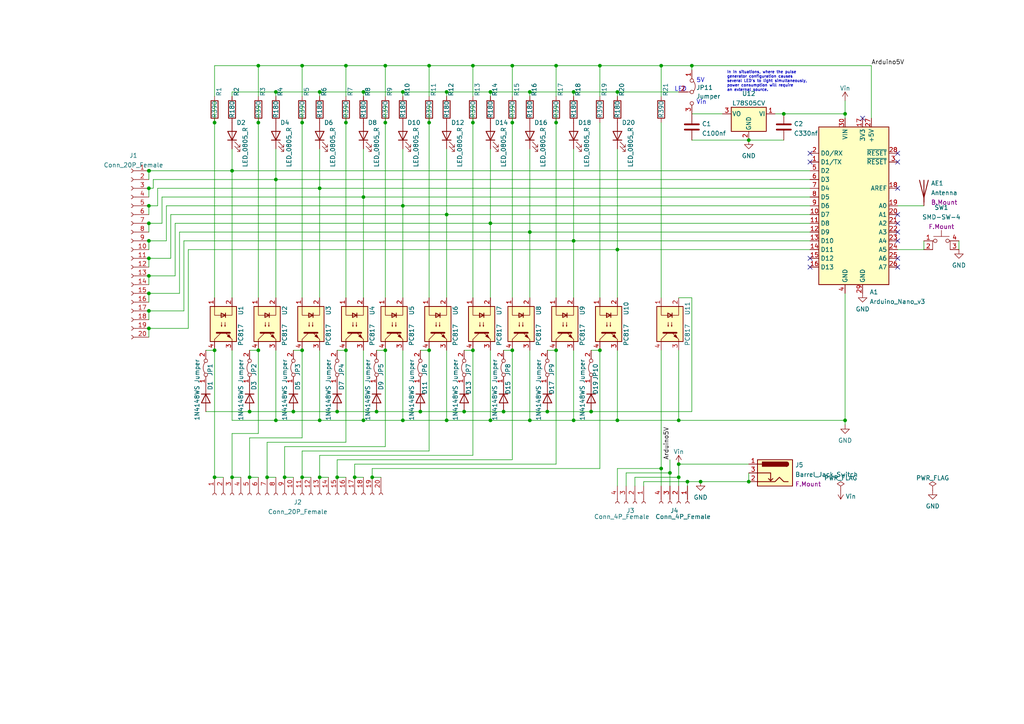
<source format=kicad_sch>
(kicad_sch (version 20211123) (generator eeschema)
  (paper "A4")
  (title_block (title "Programmable pulse generator for Arduino.") (date "2022-03-31") (rev "V1.2.4") (company "El-Tek trafikteknik I/S"))
  (junction (at 142.24 121.92))
  (junction (at 161.29 101.6))
  (junction (at 134.62 119.38))
  (junction (at 124.46 35.56))
  (junction (at 111.76 101.6))
  (junction (at 146.05 119.38))
  (junction (at 43.18 80.01))
  (junction (at 245.11 121.92))
  (junction (at 200.66 19.05))
  (junction (at 105.41 121.92))
  (junction (at 92.71 121.92))
  (junction (at 148.59 19.05))
  (junction (at 153.67 67.31))
  (junction (at 92.71 26.67))
  (junction (at 111.76 35.56))
  (junction (at 203.2 139.7))
  (junction (at 148.59 35.56))
  (junction (at 161.29 19.05))
  (junction (at 62.23 101.6))
  (junction (at 97.79 119.38))
  (junction (at 74.93 101.6))
  (junction (at 217.17 40.64))
  (junction (at 43.18 59.69))
  (junction (at 191.77 19.05))
  (junction (at 199.39 139.7))
  (junction (at 80.01 121.92))
  (junction (at 43.18 74.93))
  (junction (at 194.31 137.16))
  (junction (at 43.18 49.53))
  (junction (at 142.24 26.67))
  (junction (at 116.84 59.69))
  (junction (at 129.54 62.23))
  (junction (at 105.41 57.15))
  (junction (at 142.24 64.77))
  (junction (at 80.01 52.07))
  (junction (at 92.71 54.61))
  (junction (at 82.55 138.43))
  (junction (at 87.63 138.43))
  (junction (at 62.23 138.43))
  (junction (at 67.31 138.43))
  (junction (at 72.39 138.43))
  (junction (at 77.47 138.43))
  (junction (at 97.79 138.43))
  (junction (at 102.87 138.43))
  (junction (at 107.95 138.43))
  (junction (at 92.71 138.43))
  (junction (at 43.18 64.77))
  (junction (at 191.77 135.89))
  (junction (at 161.29 35.56))
  (junction (at 100.33 101.6))
  (junction (at 217.17 139.7))
  (junction (at 153.67 26.67))
  (junction (at 137.16 101.6))
  (junction (at 67.31 49.53))
  (junction (at 43.2308 49.53))
  (junction (at 62.23 35.56))
  (junction (at 137.16 19.05))
  (junction (at 148.59 101.6))
  (junction (at 43.18 54.61))
  (junction (at 100.33 35.56))
  (junction (at 173.99 101.6))
  (junction (at 87.63 101.6))
  (junction (at 116.84 121.92))
  (junction (at 109.22 119.38))
  (junction (at 124.46 19.05))
  (junction (at 116.84 26.67))
  (junction (at 43.18 95.25))
  (junction (at 72.39 119.38))
  (junction (at 87.63 19.05))
  (junction (at 179.07 72.39))
  (junction (at 85.09 119.38))
  (junction (at 196.85 121.92))
  (junction (at 100.33 19.05))
  (junction (at 137.16 35.56))
  (junction (at 129.54 26.67))
  (junction (at 111.76 19.05))
  (junction (at 173.99 19.05))
  (junction (at 105.41 26.67))
  (junction (at 166.37 121.92))
  (junction (at 153.67 121.92))
  (junction (at 196.85 134.62))
  (junction (at 196.85 138.43))
  (junction (at 227.33 33.02))
  (junction (at 80.01 26.67))
  (junction (at 74.93 35.56))
  (junction (at 124.46 101.6))
  (junction (at 171.45 119.38))
  (junction (at 43.18 90.17))
  (junction (at 158.75 119.38))
  (junction (at 87.63 35.56))
  (junction (at 166.37 26.67))
  (junction (at 74.93 19.05))
  (junction (at 245.11 33.02))
  (junction (at 121.92 119.38))
  (junction (at 179.07 121.92))
  (junction (at 129.54 121.92))
  (junction (at 43.18 85.09))
  (junction (at 43.18 69.85))
  (junction (at 166.37 69.85))
  (junction (at 179.07 26.67))
  (no_connect (at 234.95 77.47))
  (no_connect (at 260.35 77.47))
  (no_connect (at 260.35 74.93))
  (no_connect (at 234.95 44.45))
  (no_connect (at 234.95 46.99))
  (no_connect (at 250.19 34.29))
  (no_connect (at 260.35 44.45))
  (no_connect (at 260.35 46.99))
  (no_connect (at 260.35 69.85))
  (no_connect (at 260.35 54.61))
  (no_connect (at 260.35 62.23))
  (no_connect (at 260.35 64.77))
  (no_connect (at 260.35 67.31))
  (no_connect (at 234.95 74.93))
  (wire (pts (xy 137.16 30.48) (xy 137.16 35.56)))
  (wire (pts (xy 179.07 26.67) (xy 179.07 27.94)))
  (wire (pts (xy 142.24 43.18) (xy 142.24 64.77)))
  (wire (pts (xy 179.07 72.39) (xy 179.07 86.36)))
  (wire (pts (xy 124.46 19.05) (xy 124.46 27.94)))
  (wire (pts (xy 62.23 19.05) (xy 74.93 19.05)))
  (wire (pts (xy 142.24 26.67) (xy 153.67 26.67)))
  (wire (pts (xy 217.17 40.64) (xy 227.33 40.64)))
  (wire (pts (xy 191.77 19.05) (xy 191.77 27.94)))
  (wire (pts (xy 43.18 64.77) (xy 46.99 64.77)))
  (wire (pts (xy 142.24 64.77) (xy 234.95 64.77)))
  (wire (pts (xy 124.46 19.05) (xy 137.16 19.05)))
  (wire (pts (xy 49.53 62.23) (xy 129.54 62.23)))
  (wire (pts (xy 227.33 33.02) (xy 245.11 33.02)))
  (wire (pts (xy 67.31 49.53) (xy 67.31 86.36)))
  (wire (pts (xy 179.07 101.6) (xy 179.07 121.92)))
  (wire (pts (xy 77.47 128.27) (xy 100.33 128.27)))
  (wire (pts (xy 50.8 64.77) (xy 50.8 80.01)))
  (wire (pts (xy 62.23 19.05) (xy 62.23 27.94)))
  (wire (pts (xy 102.87 134.62) (xy 102.87 138.43)))
  (wire (pts (xy 116.84 121.92) (xy 129.54 121.92)))
  (wire (pts (xy 245.11 85.09) (xy 245.11 121.92)))
  (wire (pts (xy 48.26 59.69) (xy 116.84 59.69)))
  (wire (pts (xy 100.33 19.05) (xy 111.76 19.05)))
  (wire (pts (xy 43.18 59.69) (xy 45.72 59.69)))
  (wire (pts (xy 171.45 119.38) (xy 200.66 119.38)))
  (wire (pts (xy 200.66 86.36) (xy 196.85 86.36)))
  (wire (pts (xy 77.47 138.43) (xy 80.01 138.43)))
  (wire (pts (xy 161.29 30.48) (xy 161.29 35.56)))
  (wire (pts (xy 44.45 52.07) (xy 44.45 54.61)))
  (wire (pts (xy 92.71 43.18) (xy 92.71 54.61)))
  (wire (pts (xy 124.46 30.48) (xy 124.46 35.56)))
  (wire (pts (xy 129.54 43.18) (xy 129.54 62.23)))
  (wire (pts (xy 173.99 19.05) (xy 173.99 27.94)))
  (wire (pts (xy 85.09 101.6) (xy 87.63 101.6)))
  (wire (pts (xy 181.61 137.16) (xy 194.31 137.16)))
  (wire (pts (xy 52.07 67.31) (xy 153.67 67.31)))
  (wire (pts (xy 92.71 54.61) (xy 234.95 54.61)))
  (wire (pts (xy 161.29 101.6) (xy 161.29 134.62)))
  (wire (pts (xy 179.07 121.92) (xy 196.85 121.92)))
  (wire (pts (xy 161.29 19.05) (xy 161.29 27.94)))
  (wire (pts (xy 196.85 101.6) (xy 196.85 121.92)))
  (wire (pts (xy 59.69 119.38) (xy 72.39 119.38)))
  (wire (pts (xy 158.75 119.38) (xy 171.45 119.38)))
  (wire (pts (xy 166.37 26.67) (xy 179.07 26.67)))
  (wire (pts (xy 67.31 26.67) (xy 67.31 27.94)))
  (wire (pts (xy 48.26 59.69) (xy 48.26 69.85)))
  (wire (pts (xy 116.84 101.6) (xy 116.84 121.92)))
  (wire (pts (xy 137.16 19.05) (xy 148.59 19.05)))
  (wire (pts (xy 194.31 137.16) (xy 194.31 140.97)))
  (wire (pts (xy 111.76 35.56) (xy 111.76 86.36)))
  (wire (pts (xy 87.63 101.6) (xy 87.63 127)))
  (wire (pts (xy 43.18 74.93) (xy 49.53 74.93)))
  (wire (pts (xy 74.93 35.56) (xy 74.93 86.36)))
  (wire (pts (xy 245.11 33.02) (xy 245.11 34.29)))
  (wire (pts (xy 97.79 133.35) (xy 148.59 133.35)))
  (wire (pts (xy 245.11 29.21) (xy 245.11 33.02)))
  (wire (pts (xy 124.46 101.6) (xy 124.46 130.81)))
  (wire (pts (xy 87.63 19.05) (xy 100.33 19.05)))
  (wire (pts (xy 43.18 95.25) (xy 43.18 97.79)))
  (wire (pts (xy 146.05 119.38) (xy 158.75 119.38)))
  (wire (pts (xy 116.84 59.69) (xy 116.84 86.36)))
  (wire (pts (xy 184.15 138.43) (xy 184.15 140.97)))
  (wire (pts (xy 200.66 33.02) (xy 209.55 33.02)))
  (wire (pts (xy 62.23 101.6) (xy 62.23 138.43)))
  (wire (pts (xy 260.35 59.69) (xy 267.97 59.69)))
  (wire (pts (xy 224.79 33.02) (xy 227.33 33.02)))
  (wire (pts (xy 129.54 121.92) (xy 142.24 121.92)))
  (wire (pts (xy 148.59 101.6) (xy 148.59 133.35)))
  (wire (pts (xy 200.66 19.05) (xy 252.73 19.05)))
  (wire (pts (xy 121.92 101.6) (xy 124.46 101.6)))
  (wire (pts (xy 107.95 135.89) (xy 107.95 138.43)))
  (wire (pts (xy 87.63 30.48) (xy 87.63 35.56)))
  (wire (pts (xy 186.69 139.7) (xy 199.39 139.7)))
  (wire (pts (xy 87.63 130.81) (xy 124.46 130.81)))
  (wire (pts (xy 111.76 19.05) (xy 124.46 19.05)))
  (wire (pts (xy 179.07 135.89) (xy 191.77 135.89)))
  (wire (pts (xy 137.16 19.05) (xy 137.16 27.94)))
  (wire (pts (xy 67.31 49.53) (xy 234.95 49.53)))
  (wire (pts (xy 116.84 43.18) (xy 116.84 59.69)))
  (wire (pts (xy 59.69 101.6) (xy 62.23 101.6)))
  (wire (pts (xy 43.18 54.61) (xy 43.18 57.15)))
  (wire (pts (xy 67.31 101.6) (xy 67.31 121.92)))
  (wire (pts (xy 87.63 138.43) (xy 90.17 138.43)))
  (wire (pts (xy 148.59 30.48) (xy 148.59 35.56)))
  (wire (pts (xy 92.71 132.08) (xy 92.71 138.43)))
  (wire (pts (xy 92.71 101.6) (xy 92.71 121.92)))
  (wire (pts (xy 171.45 101.6) (xy 173.99 101.6)))
  (wire (pts (xy 129.54 62.23) (xy 234.95 62.23)))
  (wire (pts (xy 77.47 128.27) (xy 77.47 138.43)))
  (wire (pts (xy 100.33 35.56) (xy 100.33 86.36)))
  (wire (pts (xy 278.13 69.85) (xy 278.13 72.39)))
  (wire (pts (xy 80.01 52.07) (xy 234.95 52.07)))
  (wire (pts (xy 97.79 101.6) (xy 100.33 101.6)))
  (wire (pts (xy 72.39 138.43) (xy 74.93 138.43)))
  (wire (pts (xy 111.76 101.6) (xy 111.76 129.54)))
  (wire (pts (xy 53.34 69.85) (xy 166.37 69.85)))
  (wire (pts (xy 196.85 134.62) (xy 217.17 134.62)))
  (wire (pts (xy 67.31 121.92) (xy 80.01 121.92)))
  (wire (pts (xy 200.66 20.32) (xy 200.66 19.05)))
  (wire (pts (xy 72.39 127) (xy 72.39 138.43)))
  (wire (pts (xy 129.54 26.67) (xy 129.54 27.94)))
  (wire (pts (xy 50.8 64.77) (xy 142.24 64.77)))
  (wire (pts (xy 100.33 101.6) (xy 100.33 128.27)))
  (wire (pts (xy 80.01 26.67) (xy 92.71 26.67)))
  (wire (pts (xy 43.18 74.93) (xy 43.18 77.47)))
  (wire (pts (xy 196.85 134.62) (xy 196.85 138.43)))
  (wire (pts (xy 200.66 40.64) (xy 217.17 40.64)))
  (wire (pts (xy 203.2 139.7) (xy 217.17 139.7)))
  (wire (pts (xy 166.37 101.6) (xy 166.37 121.92)))
  (wire (pts (xy 74.93 19.05) (xy 74.93 27.94)))
  (wire (pts (xy 129.54 26.67) (xy 142.24 26.67)))
  (wire (pts (xy 74.93 30.48) (xy 74.93 35.56)))
  (wire (pts (xy 153.67 43.18) (xy 153.67 67.31)))
  (wire (pts (xy 43.18 49.53) (xy 43.2308 49.53)))
  (wire (pts (xy 142.24 26.67) (xy 142.24 27.94)))
  (wire (pts (xy 166.37 26.67) (xy 166.37 27.94)))
  (wire (pts (xy 260.35 72.39) (xy 267.97 72.39)))
  (wire (pts (xy 142.24 121.92) (xy 153.67 121.92)))
  (wire (pts (xy 191.77 101.6) (xy 191.77 135.89)))
  (wire (pts (xy 199.39 139.7) (xy 203.2 139.7)))
  (wire (pts (xy 67.31 138.43) (xy 69.85 138.43)))
  (wire (pts (xy 92.71 26.67) (xy 92.71 27.94)))
  (wire (pts (xy 179.07 140.97) (xy 179.07 135.89)))
  (wire (pts (xy 217.17 137.16) (xy 217.17 139.7)))
  (wire (pts (xy 158.75 101.6) (xy 161.29 101.6)))
  (wire (pts (xy 148.59 19.05) (xy 161.29 19.05)))
  (wire (pts (xy 116.84 26.67) (xy 116.84 27.94)))
  (wire (pts (xy 186.69 140.97) (xy 186.69 139.7)))
  (wire (pts (xy 173.99 135.89) (xy 107.95 135.89)))
  (wire (pts (xy 46.99 57.15) (xy 105.41 57.15)))
  (wire (pts (xy 67.31 125.73) (xy 67.31 138.43)))
  (wire (pts (xy 105.41 121.92) (xy 116.84 121.92)))
  (wire (pts (xy 43.18 85.09) (xy 43.18 87.63)))
  (wire (pts (xy 43.2308 49.53) (xy 67.31 49.53)))
  (wire (pts (xy 87.63 35.56) (xy 87.63 86.36)))
  (wire (pts (xy 62.23 35.56) (xy 62.23 86.36)))
  (wire (pts (xy 137.16 35.56) (xy 137.16 86.36)))
  (wire (pts (xy 179.07 26.67) (xy 196.85 26.67)))
  (wire (pts (xy 196.85 138.43) (xy 184.15 138.43)))
  (wire (pts (xy 153.67 101.6) (xy 153.67 121.92)))
  (wire (pts (xy 148.59 19.05) (xy 148.59 27.94)))
  (wire (pts (xy 92.71 138.43) (xy 95.25 138.43)))
  (wire (pts (xy 67.31 43.18) (xy 67.31 49.53)))
  (wire (pts (xy 100.33 19.05) (xy 100.33 27.94)))
  (wire (pts (xy 43.18 69.85) (xy 43.18 72.39)))
  (wire (pts (xy 45.72 54.61) (xy 45.72 59.69)))
  (wire (pts (xy 200.66 86.36) (xy 200.66 119.38)))
  (wire (pts (xy 252.73 19.05) (xy 252.73 34.29)))
  (wire (pts (xy 72.39 101.6) (xy 74.93 101.6)))
  (wire (pts (xy 153.67 26.67) (xy 153.67 27.94)))
  (wire (pts (xy 43.18 90.17) (xy 53.34 90.17)))
  (wire (pts (xy 105.41 26.67) (xy 105.41 27.94)))
  (wire (pts (xy 100.33 30.48) (xy 100.33 35.56)))
  (wire (pts (xy 74.93 125.73) (xy 67.31 125.73)))
  (wire (pts (xy 105.41 101.6) (xy 105.41 121.92)))
  (wire (pts (xy 49.53 62.23) (xy 49.53 74.93)))
  (wire (pts (xy 43.18 64.77) (xy 43.18 67.31)))
  (wire (pts (xy 72.39 119.38) (xy 85.09 119.38)))
  (wire (pts (xy 53.34 69.85) (xy 53.34 90.17)))
  (wire (pts (xy 54.61 72.39) (xy 54.61 95.25)))
  (wire (pts (xy 87.63 19.05) (xy 87.63 27.94)))
  (wire (pts (xy 179.07 72.39) (xy 234.95 72.39)))
  (wire (pts (xy 43.18 49.53) (xy 43.18 52.07)))
  (wire (pts (xy 74.93 101.6) (xy 74.93 125.73)))
  (wire (pts (xy 67.31 26.67) (xy 80.01 26.67)))
  (wire (pts (xy 80.01 43.18) (xy 80.01 52.07)))
  (wire (pts (xy 92.71 54.61) (xy 92.71 86.36)))
  (wire (pts (xy 196.85 121.92) (xy 245.11 121.92)))
  (wire (pts (xy 267.97 69.85) (xy 267.97 72.39)))
  (wire (pts (xy 134.62 119.38) (xy 146.05 119.38)))
  (wire (pts (xy 80.01 121.92) (xy 92.71 121.92)))
  (wire (pts (xy 161.29 134.62) (xy 102.87 134.62)))
  (wire (pts (xy 109.22 119.38) (xy 121.92 119.38)))
  (wire (pts (xy 124.46 35.56) (xy 124.46 86.36)))
  (wire (pts (xy 129.54 101.6) (xy 129.54 121.92)))
  (wire (pts (xy 153.67 67.31) (xy 153.67 86.36)))
  (wire (pts (xy 111.76 19.05) (xy 111.76 27.94)))
  (wire (pts (xy 82.55 138.43) (xy 85.09 138.43)))
  (wire (pts (xy 199.39 139.7) (xy 199.39 140.97)))
  (wire (pts (xy 109.22 101.6) (xy 111.76 101.6)))
  (wire (pts (xy 87.63 130.81) (xy 87.63 138.43)))
  (wire (pts (xy 142.24 101.6) (xy 142.24 121.92)))
  (wire (pts (xy 148.59 35.56) (xy 148.59 86.36)))
  (wire (pts (xy 191.77 35.56) (xy 191.77 86.36)))
  (wire (pts (xy 245.11 121.92) (xy 245.11 123.19)))
  (wire (pts (xy 97.79 138.43) (xy 100.33 138.43)))
  (wire (pts (xy 72.39 127) (xy 87.63 127)))
  (wire (pts (xy 46.99 57.15) (xy 46.99 64.77)))
  (wire (pts (xy 105.41 26.67) (xy 116.84 26.67)))
  (wire (pts (xy 80.01 26.67) (xy 80.01 27.94)))
  (wire (pts (xy 43.18 69.85) (xy 48.26 69.85)))
  (wire (pts (xy 146.05 101.6) (xy 148.59 101.6)))
  (wire (pts (xy 74.93 19.05) (xy 87.63 19.05)))
  (wire (pts (xy 82.55 129.54) (xy 82.55 138.43)))
  (wire (pts (xy 43.18 59.69) (xy 43.18 62.23)))
  (wire (pts (xy 116.84 59.69) (xy 234.95 59.69)))
  (wire (pts (xy 102.87 138.43) (xy 105.41 138.43)))
  (wire (pts (xy 52.07 67.31) (xy 52.07 85.09)))
  (wire (pts (xy 80.01 101.6) (xy 80.01 121.92)))
  (wire (pts (xy 43.18 80.01) (xy 43.18 82.55)))
  (wire (pts (xy 43.18 54.61) (xy 44.45 54.61)))
  (wire (pts (xy 173.99 35.56) (xy 173.99 86.36)))
  (wire (pts (xy 196.85 138.43) (xy 196.85 140.97)))
  (wire (pts (xy 43.18 90.17) (xy 43.18 92.71)))
  (wire (pts (xy 134.62 101.6) (xy 137.16 101.6)))
  (wire (pts (xy 142.24 64.77) (xy 142.24 86.36)))
  (wire (pts (xy 194.31 133.35) (xy 194.31 137.16)))
  (wire (pts (xy 161.29 19.05) (xy 173.99 19.05)))
  (wire (pts (xy 43.18 85.09) (xy 52.07 85.09)))
  (wire (pts (xy 105.41 57.15) (xy 234.95 57.15)))
  (wire (pts (xy 179.07 43.18) (xy 179.07 72.39)))
  (wire (pts (xy 173.99 101.6) (xy 173.99 135.89)))
  (wire (pts (xy 62.23 29.21) (xy 62.23 35.56)))
  (wire (pts (xy 181.61 140.97) (xy 181.61 137.16)))
  (wire (pts (xy 92.71 26.67) (xy 105.41 26.67)))
  (wire (pts (xy 45.72 54.61) (xy 92.71 54.61)))
  (wire (pts (xy 166.37 121.92) (xy 179.07 121.92)))
  (wire (pts (xy 82.55 129.54) (xy 111.76 129.54)))
  (wire (pts (xy 191.77 135.89) (xy 191.77 140.97)))
  (wire (pts (xy 129.54 62.23) (xy 129.54 86.36)))
  (wire (pts (xy 153.67 67.31) (xy 234.95 67.31)))
  (wire (pts (xy 54.61 72.39) (xy 179.07 72.39)))
  (wire (pts (xy 62.23 138.43) (xy 64.77 138.43)))
  (wire (pts (xy 166.37 69.85) (xy 234.95 69.85)))
  (wire (pts (xy 161.29 35.56) (xy 161.29 86.36)))
  (wire (pts (xy 105.41 43.18) (xy 105.41 57.15)))
  (wire (pts (xy 166.37 69.85) (xy 166.37 86.36)))
  (wire (pts (xy 43.18 80.01) (xy 50.8 80.01)))
  (wire (pts (xy 43.18 95.25) (xy 54.61 95.25)))
  (wire (pts (xy 92.71 132.08) (xy 137.16 132.08)))
  (wire (pts (xy 44.45 52.07) (xy 80.01 52.07)))
  (wire (pts (xy 107.95 138.43) (xy 110.49 138.43)))
  (wire (pts (xy 153.67 121.92) (xy 166.37 121.92)))
  (wire (pts (xy 80.01 52.07) (xy 80.01 86.36)))
  (wire (pts (xy 121.92 119.38) (xy 134.62 119.38)))
  (wire (pts (xy 105.41 57.15) (xy 105.41 86.36)))
  (wire (pts (xy 97.79 119.38) (xy 109.22 119.38)))
  (wire (pts (xy 173.99 19.05) (xy 191.77 19.05)))
  (wire (pts (xy 116.84 26.67) (xy 129.54 26.67)))
  (wire (pts (xy 92.71 121.92) (xy 105.41 121.92)))
  (wire (pts (xy 111.76 30.48) (xy 111.76 35.56)))
  (wire (pts (xy 191.77 19.05) (xy 200.66 19.05)))
  (wire (pts (xy 97.79 133.35) (xy 97.79 138.43)))
  (wire (pts (xy 166.37 43.18) (xy 166.37 69.85)))
  (wire (pts (xy 137.16 101.6) (xy 137.16 132.08)))
  (wire (pts (xy 85.09 119.38) (xy 97.79 119.38)))
  (wire (pts (xy 153.67 26.67) (xy 166.37 26.67)))
  (text "5V" (at 201.93 24.13 0) (effects (font (size 1.27 1.27)) (justify left bottom)))
  (text "LED" (at 195.58 26.67 0) (effects (font (size 1.27 1.27)) (justify left bottom)))
  (text "In In situations, where the pulse\ngenerator configuration causes\nseveral LED's to light simultaneously,\npower consumption will require\nan external source." (at 210.82 26.67 0) (effects (font (size 0.8 0.8)) (justify left bottom)))
  (text "Vin" (at 201.93 30.48 0) (effects (font (size 1.27 1.27)) (justify left bottom)))
  (label "Arduino5V" (at 252.73 19.05 0))
  (label "Arduino5V" (at 194.31 133.35 90))
  (symbol (lib_id "Local_Diode_Library:1N4148WS") (at 146.05 115.57 270) (unit 1)
    (property "Reference" "D15" (at 147.32 110.49 0) (effects (justify left)))
    (property "Value" "1N4148WS" (at 143.51 111.76 0) (effects (justify left)))
    (property "Footprint" "Diode_SMD:D_SOD-323F" (effects hide))
    (property "Datasheet" "https://datasheet.lcsc.com/lcsc/1810101110_Changjiang-Electronics-Tech--CJ-1N4148WS_C2128.pdf" (effects hide))
    (property "Description" "100V +150℃@(Tj) 200mW Single 1.25V@150mA 4ns 1μA@75V 150mA SOD-323 Switching Diode ROHS" (effects hide))
    (property "LibPart" "Local_Diode_Library:1N4148WS" (effects hide))
    (property "JLCBCB Part" "https://jlcpcb.com/parts/componentSearch?isFirstLevel=true&firstName=Diodes" (effects hide))
    (property "JLCPCB Part #" "C2128" (effects hide))
    (property "JLCPCB Basic or Extended" "Basic Part" (effects hide))
    (property "Manufacturer" "Changjiang Electronics Tech (CJ)" (effects hide))
    (property "MFR. Part #" "1N4148WS" (effects hide))
    (property "Category" "Diodes" (effects hide))
    (property "Famely" "Switching Diode" (effects hide))
    (property "Excluded from BOM" "NO" (effects hide))
  )
  (symbol (lib_id "Local_Connectors_Library:Conn_20P_Female") (at 62.23 138.43 90) (mirror x) (unit 1)
    (property "Reference" "J2" (at 86.36 145.6595 90))
    (property "Value" "Conn_20P_Female" (at 86.36 148.4346 90))
    (property "Footprint" "Connector_PinHeader_2.54mm:PinHeader_1x20_P2.54mm_Vertical" (effects hide))
    (property "Datasheet" "https://media.digikey.com/pdf/Data%20Sheets/Adafruit%20PDFs/4155_Web.pdf" (effects hide))
    (property "Mount Option" "F.Mount" (effects hide))
    (property "Description" "20 Positioner Headerstik Stikforbindelse 0,100\" (2,54mm) Hulmontering (For Arduino NANO)" (effects hide))
    (property "LibPart" "Local_Connectors_library:Conn_20P_Female" (effects hide))
    (property "Digi-Key Part" "https://www.digikey.dk/da/products/detail/adafruit-industries-llc/4155/10123806" (effects hide))
    (property "Digi-Key Part #" "1528-2927-ND" (effects hide))
    (property "Digi-Key Delstatus" "Aktiv" (effects hide))
    (property "Manufacturer" "1528-2927-ND" (effects hide))
    (property "MFR. Part #" "4155" (effects hide))
    (property "Category" "Stik, konnektorer, forbindelser" (effects hide))
    (property "Famely" "Firkantede stikforbindelser – Headerstik, koblingsstik, hunstik" (effects hide))
    (property "Excluded from BOM" "YES" (effects hide))
  )
  (symbol (lib_id "Local_Device_Library:R180") (at 166.37 31.75 0) (unit 1)
    (property "Reference" "R18" (at 167.64 27.94 90) (effects (justify left)))
    (property "Value" "R180" (at 166.37 34.29 90) (effects (justify left)))
    (property "Footprint" "Resistor_SMD:R_0805_2012Metric" (effects hide))
    (property "Datasheet" "https://datasheet.lcsc.com/lcsc/2110252230_UNI-ROYAL-Uniroyal-Elec-0805W8F1800T5E_C25270.pdf" (effects hide))
    (property "Description" "±1% 1/8W Thick Film Resistors 150V ±100ppm/℃ -55℃~+155℃ 180Ω 0805 Chip Resistor - Surface Mount ROHS" (effects hide))
    (property "LibPart" "Local_Device_Library:R180" (effects hide))
    (property "JLCBCB Part" "https://jlcpcb.com/parts/componentSearch?isFirstLevel=true&firstName=Resistors" (effects hide))
    (property "JLCPCB Part #" "C25270" (effects hide))
    (property "JLCPCB Basic or Extended" "Basic Part" (effects hide))
    (property "Manufacturer" "UNI-ROYAL(Uniroyal Elec)" (effects hide))
    (property "MFR. Part #" "0805W8F1800T5E" (effects hide))
    (property "Category" "Resistors" (effects hide))
    (property "Famely" "Chip Resistor - Surface Mount" (effects hide))
    (property "Excluded from BOM" "NO" (effects hide))
  )
  (symbol (lib_id "power:PWR_FLAG") (at 243.84 142.24 0) (unit 1)
    (property "Reference" "#FLG01" (effects hide))
    (property "Value" "PWR_FLAG" (at 243.84 138.6355 0))
  )
  (symbol (lib_id "Local_Device_Library:R390") (at 100.33 31.75 0) (unit 1)
    (property "Reference" "R7" (at 101.6 27.94 90) (effects (justify left)))
    (property "Value" "R390" (at 100.33 34.29 90) (effects (justify left)))
    (property "Footprint" "Resistor_SMD:R_0603_1608Metric" (effects hide))
    (property "Datasheet" "https://datasheet.lcsc.com/lcsc/2110252130_UNI-ROYAL-Uniroyal-Elec-0603WAF3900T5E_C23151.pdf" (effects hide))
    (property "Description" "±1% 1/10W Thick Film Resistors 75V ±100ppm/℃ -55℃~+155℃ 390Ω 0603 Chip Resistor - Surface Mount ROHS" (effects hide))
    (property "LibPart" "Local_Device_Library:R390" (effects hide))
    (property "JLCBCB Part" "https://jlcpcb.com/parts/componentSearch?isFirstLevel=true&firstName=Resistors" (effects hide))
    (property "JLCPCB Part #" "C23151" (effects hide))
    (property "JLCPCB Basic or Extended" "Basic Part" (effects hide))
    (property "Manufacturer" "UNI-ROYAL(Uniroyal Elec)" (effects hide))
    (property "MFR. Part #" "0603WAF3900T5E" (effects hide))
    (property "Category" "Resistors" (effects hide))
    (property "Famely" "Chip Resistor - Surface Mount" (effects hide))
    (property "Excluded from BOM" "NO" (effects hide))
  )
  (symbol (lib_id "Local_Diode_Library:1N4148WS") (at 109.22 115.57 270) (unit 1)
    (property "Reference" "D9" (at 110.49 110.49 0) (effects (justify left)))
    (property "Value" "1N4148WS" (at 106.68 111.76 0) (effects (justify left)))
    (property "Footprint" "Diode_SMD:D_SOD-323F" (effects hide))
    (property "Datasheet" "https://datasheet.lcsc.com/lcsc/1810101110_Changjiang-Electronics-Tech--CJ-1N4148WS_C2128.pdf" (effects hide))
    (property "Description" "100V +150℃@(Tj) 200mW Single 1.25V@150mA 4ns 1μA@75V 150mA SOD-323 Switching Diode ROHS" (effects hide))
    (property "LibPart" "Local_Diode_Library:1N4148WS" (effects hide))
    (property "JLCBCB Part" "https://jlcpcb.com/parts/componentSearch?isFirstLevel=true&firstName=Diodes" (effects hide))
    (property "JLCPCB Part #" "C2128" (effects hide))
    (property "JLCPCB Basic or Extended" "Basic Part" (effects hide))
    (property "Manufacturer" "Changjiang Electronics Tech (CJ)" (effects hide))
    (property "MFR. Part #" "1N4148WS" (effects hide))
    (property "Category" "Diodes" (effects hide))
    (property "Famely" "Switching Diode" (effects hide))
    (property "Excluded from BOM" "NO" (effects hide))
  )
  (symbol (lib_id "Local_Diode_Library:LED_0805_R") (at 179.07 39.37 90) (unit 1)
    (property "Reference" "D20" (at 180.34 35.56 90) (effects (justify right)))
    (property "Value" "LED_0805_R" (at 182.88 36.83 0) (effects (justify right)))
    (property "Footprint" "LED_SMD:LED_0805_2012Metric" (effects hide))
    (property "Datasheet" "https://datasheet.lcsc.com/lcsc/2008201032_Foshan-NationStar-Optoelectronics-NCD0805R1_C84256.pdf" (effects hide))
    (property "Description" "Red 0805 Light Emitting Diodes (LED) ROHS" (effects hide))
    (property "LibPart" "Local_Diode_Library:LED_0805_R" (effects hide))
    (property "JLCBCB Part" "https://jlcpcb.com/parts/componentSearch?isSecondLevel=true&firstName=Optoelectronics%20&name=Light%20Emitting%20Diodes%20%28led%29" (effects hide))
    (property "JLCPCB Part #" "C84256" (effects hide))
    (property "JLCPCB Basic or Extended" "Basic Part" (effects hide))
    (property "Manufacturer" "Foshan NationStar Optoelectronics" (effects hide))
    (property "MFR. Part #" "NCD0805R1" (effects hide))
    (property "Category" "Optoelectronics" (effects hide))
    (property "Famely" "Light Emitting Diodes (led)" (effects hide))
    (property "Excluded from BOM" "NO" (effects hide))
  )
  (symbol (lib_id "Local_Diode_Library:LED_0805_R") (at 116.84 39.37 90) (unit 1)
    (property "Reference" "D10" (at 118.11 35.56 90) (effects (justify right)))
    (property "Value" "LED_0805_R" (at 120.65 36.83 0) (effects (justify right)))
    (property "Footprint" "LED_SMD:LED_0805_2012Metric" (effects hide))
    (property "Datasheet" "https://datasheet.lcsc.com/lcsc/2008201032_Foshan-NationStar-Optoelectronics-NCD0805R1_C84256.pdf" (effects hide))
    (property "Description" "Red 0805 Light Emitting Diodes (LED) ROHS" (effects hide))
    (property "LibPart" "Local_Diode_Library:LED_0805_R" (effects hide))
    (property "JLCBCB Part" "https://jlcpcb.com/parts/componentSearch?isSecondLevel=true&firstName=Optoelectronics%20&name=Light%20Emitting%20Diodes%20%28led%29" (effects hide))
    (property "JLCPCB Part #" "C84256" (effects hide))
    (property "JLCPCB Basic or Extended" "Basic Part" (effects hide))
    (property "Manufacturer" "Foshan NationStar Optoelectronics" (effects hide))
    (property "MFR. Part #" "NCD0805R1" (effects hide))
    (property "Category" "Optoelectronics" (effects hide))
    (property "Famely" "Light Emitting Diodes (led)" (effects hide))
    (property "Excluded from BOM" "NO" (effects hide))
  )
  (symbol (lib_id "Local_Diode_Library:LED_0805_R") (at 153.67 39.37 90) (unit 1)
    (property "Reference" "D16" (at 154.94 35.56 90) (effects (justify right)))
    (property "Value" "LED_0805_R" (at 157.48 36.83 0) (effects (justify right)))
    (property "Footprint" "LED_SMD:LED_0805_2012Metric" (effects hide))
    (property "Datasheet" "https://datasheet.lcsc.com/lcsc/2008201032_Foshan-NationStar-Optoelectronics-NCD0805R1_C84256.pdf" (effects hide))
    (property "Description" "Red 0805 Light Emitting Diodes (LED) ROHS" (effects hide))
    (property "LibPart" "Local_Diode_Library:LED_0805_R" (effects hide))
    (property "JLCBCB Part" "https://jlcpcb.com/parts/componentSearch?isSecondLevel=true&firstName=Optoelectronics%20&name=Light%20Emitting%20Diodes%20%28led%29" (effects hide))
    (property "JLCPCB Part #" "C84256" (effects hide))
    (property "JLCPCB Basic or Extended" "Basic Part" (effects hide))
    (property "Manufacturer" "Foshan NationStar Optoelectronics" (effects hide))
    (property "MFR. Part #" "NCD0805R1" (effects hide))
    (property "Category" "Optoelectronics" (effects hide))
    (property "Famely" "Light Emitting Diodes (led)" (effects hide))
    (property "Excluded from BOM" "NO" (effects hide))
  )
  (symbol (lib_id "power:GND") (at 270.51 142.24 0) (unit 1)
    (property "Reference" "#PWR08" (effects hide))
    (property "Value" "GND" (at 270.51 146.8025 0))
  )
  (symbol (lib_id "Local_Connectors_Library:Jumper_2_Bridged") (at 85.09 106.68 90) (unit 1)
    (property "Reference" "JP3" (at 86.36 105.41 0) (effects (justify right)))
    (property "Value" "Jumper" (at 82.55 104.14 0) (effects (justify right)))
    (property "Footprint" "Local_Connectors:SolderJumper-2_P1.3mm_Bridged_RoundedPad1.0x1.5mm(B.Mount)" (effects hide))
    (property "Mount Option" "B.Mount" (effects hide))
    (property "Description" "SMD Solder Jumper, 1x1.5mm, rounded Pads, 0.3mm gap, bridged with 1 copper strip (Backside Mounted)" (effects hide))
    (property "LibPart" "Local_Connectors_library:Jumper_2_Bridged" (effects hide))
    (property "Category" "Jumpers" (effects hide))
    (property "Famely" "SMD Solder Jumper" (effects hide))
    (property "Excluded from BOM" "YES" (effects hide))
  )
  (symbol (lib_id "Local_Connectors_Library:Jumper_2_Bridged") (at 171.45 106.68 90) (unit 1)
    (property "Reference" "JP10" (at 172.72 105.41 0) (effects (justify right)))
    (property "Value" "Jumper" (at 168.91 104.14 0) (effects (justify right)))
    (property "Footprint" "Local_Connectors:SolderJumper-2_P1.3mm_Bridged_RoundedPad1.0x1.5mm(B.Mount)" (effects hide))
    (property "Mount Option" "B.Mount" (effects hide))
    (property "Description" "SMD Solder Jumper, 1x1.5mm, rounded Pads, 0.3mm gap, bridged with 1 copper strip (Backside Mounted)" (effects hide))
    (property "LibPart" "Local_Connectors_library:Jumper_2_Bridged" (effects hide))
    (property "Category" "Jumpers" (effects hide))
    (property "Famely" "SMD Solder Jumper" (effects hide))
    (property "Excluded from BOM" "YES" (effects hide))
  )
  (symbol (lib_id "Local_Connectors_Library:Jumper_2_Bridged") (at 97.79 106.68 90) (unit 1)
    (property "Reference" "JP4" (at 99.06 105.41 0) (effects (justify right)))
    (property "Value" "Jumper" (at 95.25 104.14 0) (effects (justify right)))
    (property "Footprint" "Local_Connectors:SolderJumper-2_P1.3mm_Bridged_RoundedPad1.0x1.5mm(B.Mount)" (effects hide))
    (property "Mount Option" "B.Mount" (effects hide))
    (property "Description" "SMD Solder Jumper, 1x1.5mm, rounded Pads, 0.3mm gap, bridged with 1 copper strip (Backside Mounted)" (effects hide))
    (property "LibPart" "Local_Connectors_library:Jumper_2_Bridged" (effects hide))
    (property "Category" "Jumpers" (effects hide))
    (property "Famely" "SMD Solder Jumper" (effects hide))
    (property "Excluded from BOM" "YES" (effects hide))
  )
  (symbol (lib_id "Local_Miscellaneous_Library:PC817") (at 102.87 93.98 90) (mirror x) (unit 1)
    (property "Reference" "U4" (at 107.95 91.44 0) (effects (justify right)))
    (property "Value" "PC817" (at 107.95 100.33 0) (effects (justify right)))
    (property "Footprint" "Local_Misckllaneous_Library:DIP-4_W7.62mm_Slim" (effects hide))
    (property "Datasheet" "http://www.soselectronic.cz/a_info/resource/d/pc817.pdf" (effects hide))
    (property "Excluded from BOM" "YES" (effects hide))
    (property "Description" "DC Optocoupler, Vce 35V, CTR 50-300%, DIP-4" (effects hide))
    (property "LibPart" "Local_Miscellaneous_Library:PC817" (effects hide))
  )
  (symbol (lib_id "Local_Device_Library:R390") (at 87.63 31.75 0) (unit 1)
    (property "Reference" "R5" (at 88.9 27.94 90) (effects (justify left)))
    (property "Value" "R390" (at 87.63 34.29 90) (effects (justify left)))
    (property "Footprint" "Resistor_SMD:R_0603_1608Metric" (effects hide))
    (property "Datasheet" "https://datasheet.lcsc.com/lcsc/2110252130_UNI-ROYAL-Uniroyal-Elec-0603WAF3900T5E_C23151.pdf" (effects hide))
    (property "Description" "±1% 1/10W Thick Film Resistors 75V ±100ppm/℃ -55℃~+155℃ 390Ω 0603 Chip Resistor - Surface Mount ROHS" (effects hide))
    (property "LibPart" "Local_Device_Library:R390" (effects hide))
    (property "JLCBCB Part" "https://jlcpcb.com/parts/componentSearch?isFirstLevel=true&firstName=Resistors" (effects hide))
    (property "JLCPCB Part #" "C23151" (effects hide))
    (property "JLCPCB Basic or Extended" "Basic Part" (effects hide))
    (property "Manufacturer" "UNI-ROYAL(Uniroyal Elec)" (effects hide))
    (property "MFR. Part #" "0603WAF3900T5E" (effects hide))
    (property "Category" "Resistors" (effects hide))
    (property "Famely" "Chip Resistor - Surface Mount" (effects hide))
    (property "Excluded from BOM" "NO" (effects hide))
  )
  (symbol (lib_id "Local_Connectors_Library:Jumper_2_Bridged") (at 109.22 106.68 90) (unit 1)
    (property "Reference" "JP5" (at 110.49 105.41 0) (effects (justify right)))
    (property "Value" "Jumper" (at 106.68 104.14 0) (effects (justify right)))
    (property "Footprint" "Local_Connectors:SolderJumper-2_P1.3mm_Bridged_RoundedPad1.0x1.5mm(B.Mount)" (effects hide))
    (property "Mount Option" "B.Mount" (effects hide))
    (property "Description" "SMD Solder Jumper, 1x1.5mm, rounded Pads, 0.3mm gap, bridged with 1 copper strip (Backside Mounted)" (effects hide))
    (property "LibPart" "Local_Connectors_library:Jumper_2_Bridged" (effects hide))
    (property "Category" "Jumpers" (effects hide))
    (property "Famely" "SMD Solder Jumper" (effects hide))
    (property "Excluded from BOM" "YES" (effects hide))
  )
  (symbol (lib_id "Local_Connectors_Library:Jumper_3_Bridged12") (at 200.66 26.67 270) (unit 1)
    (property "Reference" "JP11" (at 201.93 25.4 90) (effects (justify left)))
    (property "Value" "Jumper" (at 201.93 27.94 90) (effects (justify left)))
    (property "Footprint" "Connector_PinHeader_2.54mm:PinHeader_1x03_P2.54mm_Vertical" (effects hide))
    (property "Description" "Jumper (Header-Pin), 3-pole, pins 1+2 or 1+3 closed/bridged" (effects hide))
    (property "LibPart" "Local_Connectors_library:Jumper_3_Bridged12" (effects hide))
    (property "Category" "Jumpers" (effects hide))
    (property "Famely" "Pin Header Jumper" (effects hide))
    (property "Excluded from BOM" "YES" (effects hide))
  )
  (symbol (lib_id "Local_Miscellaneous_Library:Vin") (at 245.11 29.21 0) (unit 1) (in_bom no) (on_board no)
    (property "Reference" "#PWR05" (effects hide))
    (property "Value" "Vin" (at 245.11 25.6055 0))
    (property "Desription" "Power pin used for Arduino. Input Voltage Plug (recommended) 7-12V" (effects hide))
  )
  (symbol (lib_id "Local_Miscellaneous_Library:PC817") (at 139.7 93.98 90) (mirror x) (unit 1)
    (property "Reference" "U7" (at 144.78 91.44 0) (effects (justify right)))
    (property "Value" "PC817" (at 144.78 100.33 0) (effects (justify right)))
    (property "Footprint" "Local_Misckllaneous_Library:DIP-4_W7.62mm_Slim" (effects hide))
    (property "Datasheet" "http://www.soselectronic.cz/a_info/resource/d/pc817.pdf" (effects hide))
    (property "Excluded from BOM" "YES" (effects hide))
    (property "Description" "DC Optocoupler, Vce 35V, CTR 50-300%, DIP-4" (effects hide))
    (property "LibPart" "Local_Miscellaneous_Library:PC817" (effects hide))
  )
  (symbol (lib_id "Local_Connectors_Library:Jumper_2_Bridged") (at 72.39 106.68 90) (unit 1)
    (property "Reference" "JP2" (at 73.66 105.41 0) (effects (justify right)))
    (property "Value" "Jumper" (at 69.85 104.14 0) (effects (justify right)))
    (property "Footprint" "Local_Connectors:SolderJumper-2_P1.3mm_Bridged_RoundedPad1.0x1.5mm(B.Mount)" (effects hide))
    (property "Mount Option" "B.Mount" (effects hide))
    (property "Description" "SMD Solder Jumper, 1x1.5mm, rounded Pads, 0.3mm gap, bridged with 1 copper strip (Backside Mounted)" (effects hide))
    (property "LibPart" "Local_Connectors_library:Jumper_2_Bridged" (effects hide))
    (property "Category" "Jumpers" (effects hide))
    (property "Famely" "SMD Solder Jumper" (effects hide))
    (property "Excluded from BOM" "YES" (effects hide))
  )
  (symbol (lib_id "Local_Device_Library:R180") (at 153.67 31.75 0) (unit 1)
    (property "Reference" "R16" (at 154.94 27.94 90) (effects (justify left)))
    (property "Value" "R180" (at 153.67 34.29 90) (effects (justify left)))
    (property "Footprint" "Resistor_SMD:R_0805_2012Metric" (effects hide))
    (property "Datasheet" "https://datasheet.lcsc.com/lcsc/2110252230_UNI-ROYAL-Uniroyal-Elec-0805W8F1800T5E_C25270.pdf" (effects hide))
    (property "Description" "±1% 1/8W Thick Film Resistors 150V ±100ppm/℃ -55℃~+155℃ 180Ω 0805 Chip Resistor - Surface Mount ROHS" (effects hide))
    (property "LibPart" "Local_Device_Library:R180" (effects hide))
    (property "JLCBCB Part" "https://jlcpcb.com/parts/componentSearch?isFirstLevel=true&firstName=Resistors" (effects hide))
    (property "JLCPCB Part #" "C25270" (effects hide))
    (property "JLCPCB Basic or Extended" "Basic Part" (effects hide))
    (property "Manufacturer" "UNI-ROYAL(Uniroyal Elec)" (effects hide))
    (property "MFR. Part #" "0805W8F1800T5E" (effects hide))
    (property "Category" "Resistors" (effects hide))
    (property "Famely" "Chip Resistor - Surface Mount" (effects hide))
    (property "Excluded from BOM" "NO" (effects hide))
  )
  (symbol (lib_id "Local_Connectors_Library:Conn_20P_Female") (at 43.18 49.53 0) (mirror y) (unit 1)
    (property "Reference" "J1" (at 38.7096 45.1063 0))
    (property "Value" "Conn_20P_Female" (at 38.7096 47.8814 0))
    (property "Footprint" "Connector_PinHeader_2.54mm:PinHeader_1x20_P2.54mm_Vertical" (effects hide))
    (property "Datasheet" "https://media.digikey.com/pdf/Data%20Sheets/Adafruit%20PDFs/4155_Web.pdf" (effects hide))
    (property "Mount Option" "F.Mount" (effects hide))
    (property "Description" "20 Positioner Headerstik Stikforbindelse 0,100\" (2,54mm) Hulmontering (For Arduino NANO)" (effects hide))
    (property "LibPart" "Local_Connectors_library:Conn_20P_Female" (effects hide))
    (property "Digi-Key Part" "https://www.digikey.dk/da/products/detail/adafruit-industries-llc/4155/10123806" (effects hide))
    (property "Digi-Key Part #" "1528-2927-ND" (effects hide))
    (property "Digi-Key Delstatus" "Aktiv" (effects hide))
    (property "Manufacturer" "1528-2927-ND" (effects hide))
    (property "MFR. Part #" "4155" (effects hide))
    (property "Category" "Stik, konnektorer, forbindelser" (effects hide))
    (property "Famely" "Firkantede stikforbindelser – Headerstik, koblingsstik, hunstik" (effects hide))
    (property "Excluded from BOM" "YES" (effects hide))
  )
  (symbol (lib_id "Local_Connectors_Library:Jumper_2_Bridged") (at 59.69 106.68 90) (unit 1)
    (property "Reference" "JP1" (at 60.96 105.41 0) (effects (justify right)))
    (property "Value" "Jumper" (at 57.15 104.14 0) (effects (justify right)))
    (property "Footprint" "Local_Connectors:SolderJumper-2_P1.3mm_Bridged_RoundedPad1.0x1.5mm(B.Mount)" (effects hide))
    (property "Mount Option" "B.Mount" (effects hide))
    (property "Description" "SMD Solder Jumper, 1x1.5mm, rounded Pads, 0.3mm gap, bridged with 1 copper strip (Backside Mounted)" (effects hide))
    (property "LibPart" "Local_Connectors_library:Jumper_2_Bridged" (effects hide))
    (property "Category" "Jumpers" (effects hide))
    (property "Famely" "SMD Solder Jumper" (effects hide))
    (property "Excluded from BOM" "YES" (effects hide))
  )
  (symbol (lib_id "Local_Device_Library:R180") (at 116.84 31.75 0) (unit 1)
    (property "Reference" "R10" (at 118.11 27.94 90) (effects (justify left)))
    (property "Value" "R180" (at 116.84 34.29 90) (effects (justify left)))
    (property "Footprint" "Resistor_SMD:R_0805_2012Metric" (effects hide))
    (property "Datasheet" "https://datasheet.lcsc.com/lcsc/2110252230_UNI-ROYAL-Uniroyal-Elec-0805W8F1800T5E_C25270.pdf" (effects hide))
    (property "Description" "±1% 1/8W Thick Film Resistors 150V ±100ppm/℃ -55℃~+155℃ 180Ω 0805 Chip Resistor - Surface Mount ROHS" (effects hide))
    (property "LibPart" "Local_Device_Library:R180" (effects hide))
    (property "JLCBCB Part" "https://jlcpcb.com/parts/componentSearch?isFirstLevel=true&firstName=Resistors" (effects hide))
    (property "JLCPCB Part #" "C25270" (effects hide))
    (property "JLCPCB Basic or Extended" "Basic Part" (effects hide))
    (property "Manufacturer" "UNI-ROYAL(Uniroyal Elec)" (effects hide))
    (property "MFR. Part #" "0805W8F1800T5E" (effects hide))
    (property "Category" "Resistors" (effects hide))
    (property "Famely" "Chip Resistor - Surface Mount" (effects hide))
    (property "Excluded from BOM" "NO" (effects hide))
  )
  (symbol (lib_id "Local_Miscellaneous_Library:PC817") (at 176.53 93.98 90) (mirror x) (unit 1)
    (property "Reference" "U10" (at 181.61 91.44 0) (effects (justify right)))
    (property "Value" "PC817" (at 181.61 100.33 0) (effects (justify right)))
    (property "Footprint" "Local_Misckllaneous_Library:DIP-4_W7.62mm_Slim" (effects hide))
    (property "Datasheet" "http://www.soselectronic.cz/a_info/resource/d/pc817.pdf" (effects hide))
    (property "Excluded from BOM" "YES" (effects hide))
    (property "Description" "DC Optocoupler, Vce 35V, CTR 50-300%, DIP-4" (effects hide))
    (property "LibPart" "Local_Miscellaneous_Library:PC817" (effects hide))
  )
  (symbol (lib_id "Local_Diode_Library:LED_0805_R") (at 67.31 39.37 90) (unit 1)
    (property "Reference" "D2" (at 68.58 35.56 90) (effects (justify right)))
    (property "Value" "LED_0805_R" (at 71.12 36.83 0) (effects (justify right)))
    (property "Footprint" "LED_SMD:LED_0805_2012Metric" (effects hide))
    (property "Datasheet" "https://datasheet.lcsc.com/lcsc/2008201032_Foshan-NationStar-Optoelectronics-NCD0805R1_C84256.pdf" (effects hide))
    (property "Description" "Red 0805 Light Emitting Diodes (LED) ROHS" (effects hide))
    (property "LibPart" "Local_Diode_Library:LED_0805_R" (effects hide))
    (property "JLCBCB Part" "https://jlcpcb.com/parts/componentSearch?isSecondLevel=true&firstName=Optoelectronics%20&name=Light%20Emitting%20Diodes%20%28led%29" (effects hide))
    (property "JLCPCB Part #" "C84256" (effects hide))
    (property "JLCPCB Basic or Extended" "Basic Part" (effects hide))
    (property "Manufacturer" "Foshan NationStar Optoelectronics" (effects hide))
    (property "MFR. Part #" "NCD0805R1" (effects hide))
    (property "Category" "Optoelectronics" (effects hide))
    (property "Famely" "Light Emitting Diodes (led)" (effects hide))
    (property "Excluded from BOM" "NO" (effects hide))
  )
  (symbol (lib_id "Local_Diode_Library:LED_0805_R") (at 92.71 39.37 90) (unit 1)
    (property "Reference" "D6" (at 93.98 35.56 90) (effects (justify right)))
    (property "Value" "LED_0805_R" (at 96.52 36.83 0) (effects (justify right)))
    (property "Footprint" "LED_SMD:LED_0805_2012Metric" (effects hide))
    (property "Datasheet" "https://datasheet.lcsc.com/lcsc/2008201032_Foshan-NationStar-Optoelectronics-NCD0805R1_C84256.pdf" (effects hide))
    (property "Description" "Red 0805 Light Emitting Diodes (LED) ROHS" (effects hide))
    (property "LibPart" "Local_Diode_Library:LED_0805_R" (effects hide))
    (property "JLCBCB Part" "https://jlcpcb.com/parts/componentSearch?isSecondLevel=true&firstName=Optoelectronics%20&name=Light%20Emitting%20Diodes%20%28led%29" (effects hide))
    (property "JLCPCB Part #" "C84256" (effects hide))
    (property "JLCPCB Basic or Extended" "Basic Part" (effects hide))
    (property "Manufacturer" "Foshan NationStar Optoelectronics" (effects hide))
    (property "MFR. Part #" "NCD0805R1" (effects hide))
    (property "Category" "Optoelectronics" (effects hide))
    (property "Famely" "Light Emitting Diodes (led)" (effects hide))
    (property "Excluded from BOM" "NO" (effects hide))
  )
  (symbol (lib_id "Local_MCU_Module_Library:Arduino_Nano_v3") (at 247.65 59.69 0) (unit 1)
    (property "Reference" "A1" (at 252.2094 84.6995 0) (effects (justify left)))
    (property "Value" "Arduino_Nano_v3" (at 252.2094 87.4746 0) (effects (justify left)))
    (property "Footprint" "Module:Arduino_Nano" (effects hide))
    (property "Datasheet" "http://www.mouser.com/pdfdocs/Gravitech_Arduino_Nano3_0.pdf" (effects hide))
    (property "Description" "ATmega328 Arduino Nano series AVR MCU 8-bit Evalueringskort – Indlejret" (effects hide))
    (property "LibPart" "Local_MCU_Module_Library" (effects hide))
    (property "Digi-Key Part" "https://www.digikey.dk/da/products/detail/arduino/A000005/2638989" (effects hide))
    (property "Digi-Key Part #" "1050-1001-ND" (effects hide))
    (property "Digi-Key Delstatus" "Aktiv" (effects hide))
    (property "Manufacturer" "Arduino" (effects hide))
    (property "MFR. Part #" "A000005" (effects hide))
    (property "Category" "Udviklingskort, kit, pogrammeringsenheder" (effects hide))
    (property "Famely" "Evalueringskort – Indlejret – MCU, DSP" (effects hide))
    (property "Excluded from BOM" "YES" (effects hide))
  )
  (symbol (lib_id "Local_Device_Library:R390") (at 124.46 31.75 0) (unit 1)
    (property "Reference" "R11" (at 125.73 27.94 90) (effects (justify left)))
    (property "Value" "R390" (at 124.46 34.29 90) (effects (justify left)))
    (property "Footprint" "Resistor_SMD:R_0603_1608Metric" (effects hide))
    (property "Datasheet" "https://datasheet.lcsc.com/lcsc/2110252130_UNI-ROYAL-Uniroyal-Elec-0603WAF3900T5E_C23151.pdf" (effects hide))
    (property "Description" "±1% 1/10W Thick Film Resistors 75V ±100ppm/℃ -55℃~+155℃ 390Ω 0603 Chip Resistor - Surface Mount ROHS" (effects hide))
    (property "LibPart" "Local_Device_Library:R390" (effects hide))
    (property "JLCBCB Part" "https://jlcpcb.com/parts/componentSearch?isFirstLevel=true&firstName=Resistors" (effects hide))
    (property "JLCPCB Part #" "C23151" (effects hide))
    (property "JLCPCB Basic or Extended" "Basic Part" (effects hide))
    (property "Manufacturer" "UNI-ROYAL(Uniroyal Elec)" (effects hide))
    (property "MFR. Part #" "0603WAF3900T5E" (effects hide))
    (property "Category" "Resistors" (effects hide))
    (property "Famely" "Chip Resistor - Surface Mount" (effects hide))
    (property "Excluded from BOM" "NO" (effects hide))
  )
  (symbol (lib_id "Local_Connectors_Library:Conn_4P_Female") (at 199.39 140.97 270) (unit 1)
    (property "Reference" "J4" (at 195.58 148.0979 90))
    (property "Value" "Conn_4P_Female" (at 198.12 149.86 90))
    (property "Footprint" "Connector_PinHeader_2.54mm:PinHeader_1x04_P2.54mm_Vertical" (effects hide))
    (property "Datasheet" "https://media.digikey.com/pdf/Data%20Sheets/Adafruit%20PDFs/4155_Web.pdf" (effects hide))
    (property "Mount Option" "F.Mount" (effects hide))
    (property "Description" "4 (afkortet 20 pos) Positioner Headerstik Stikforbindelse 0,100\" (2,54mm) Hulmontering -" (effects hide))
    (property "LibPart" "Local_Connectors_library:Conn_4P_Female" (effects hide))
    (property "Digi-Key Part" "https://www.digikey.dk/da/products/detail/adafruit-industries-llc/4155/10123806" (effects hide))
    (property "Digi-Key Part #" "1528-2927-ND" (effects hide))
    (property "Digi-Key Delstatus" "Aktiv" (effects hide))
    (property "Manufacturer" "Adafruit Industries LLC" (effects hide))
    (property "MFR. Part #" "4155" (effects hide))
    (property "Category" "Stik, konnektorer, forbindelser" (effects hide))
    (property "Famely" "Firkantede stikforbindelser – Headerstik, koblingsstik, hunstik" (effects hide))
    (property "Excluded from BOM" "YES" (effects hide))
  )
  (symbol (lib_id "Local_Miscellaneous_Library:L78S05CV") (at 217.17 33.02 0) (mirror y) (unit 1)
    (property "Reference" "U12" (at 217.17 27.1485 0))
    (property "Value" "L78S05CV" (at 217.17 29.9236 0))
    (property "Footprint" "Package_TO_SOT_THT:TO-220-3_Vertical" (effects hide))
    (property "Datasheet" "http://www.st.com/content/ccc/resource/technical/document/datasheet/e9/be/53/a3/1f/6f/4f/75/CD00000449.pdf/files/CD00000449.pdf/jcr:content/translations/en.CD00000449.pdf" (effects hide))
    (property "Description" "Positive 2A 35V Linear Regulator, Fixed Output 5V, TO-220" (effects hide))
    (property "LibPart" "Local_Miscellaneous_Library:L78S05CV" (effects hide))
    (property "Digi-Key Part" "https://www.digikey.dk/da/products/detail/stmicroelectronics/L78S05CV/585989" (effects hide))
    (property "Digi-Key Part #" "497-1468-5-ND" (effects hide))
    (property "Digi-Key Delstatus" "Aktiv" (effects hide))
    (property "Manufacturer" "STMicroelectronics" (effects hide))
    (property "MFR. Part #" "L78S05CV" (effects hide))
    (property "Category" "Integrerede kredsløb (IC'er)" (effects hide))
    (property "Famely" "PMIC – Spændingsregulatorer – Lineære" (effects hide))
    (property "Excluded from BOM" "YES" (effects hide))
  )
  (symbol (lib_id "power:GND") (at 217.17 40.64 0) (unit 1)
    (property "Reference" "#PWR03" (effects hide))
    (property "Value" "GND" (at 217.17 45.2025 0))
  )
  (symbol (lib_id "Local_Diode_Library:1N4148WS") (at 59.69 115.57 270) (unit 1)
    (property "Reference" "D1" (at 60.96 110.49 0) (effects (justify left)))
    (property "Value" "1N4148WS" (at 57.15 111.76 0) (effects (justify left)))
    (property "Footprint" "Diode_SMD:D_SOD-323F" (effects hide))
    (property "Datasheet" "https://datasheet.lcsc.com/lcsc/1810101110_Changjiang-Electronics-Tech--CJ-1N4148WS_C2128.pdf" (effects hide))
    (property "Description" "100V +150℃@(Tj) 200mW Single 1.25V@150mA 4ns 1μA@75V 150mA SOD-323 Switching Diode ROHS" (effects hide))
    (property "LibPart" "Local_Diode_Library:1N4148WS" (effects hide))
    (property "JLCBCB Part" "https://jlcpcb.com/parts/componentSearch?isFirstLevel=true&firstName=Diodes" (effects hide))
    (property "JLCPCB Part #" "C2128" (effects hide))
    (property "JLCPCB Basic or Extended" "Basic Part" (effects hide))
    (property "Manufacturer" "Changjiang Electronics Tech (CJ)" (effects hide))
    (property "MFR. Part #" "1N4148WS" (effects hide))
    (property "Category" "Diodes" (effects hide))
    (property "Famely" "Switching Diode" (effects hide))
    (property "Excluded from BOM" "NO" (effects hide))
  )
  (symbol (lib_id "power:GND") (at 203.2 139.7 0) (unit 1)
    (property "Reference" "#PWR02" (effects hide))
    (property "Value" "GND" (at 203.2 144.2625 0))
  )
  (symbol (lib_id "power:GND") (at 245.11 123.19 0) (unit 1)
    (property "Reference" "#PWR06" (effects hide))
    (property "Value" "GND" (at 245.11 127.7525 0))
  )
  (symbol (lib_id "Local_Diode_Library:1N4148WS") (at 85.09 115.57 270) (unit 1)
    (property "Reference" "D5" (at 86.36 110.49 0) (effects (justify left)))
    (property "Value" "1N4148WS" (at 82.55 111.76 0) (effects (justify left)))
    (property "Footprint" "Diode_SMD:D_SOD-323F" (effects hide))
    (property "Datasheet" "https://datasheet.lcsc.com/lcsc/1810101110_Changjiang-Electronics-Tech--CJ-1N4148WS_C2128.pdf" (effects hide))
    (property "Description" "100V +150℃@(Tj) 200mW Single 1.25V@150mA 4ns 1μA@75V 150mA SOD-323 Switching Diode ROHS" (effects hide))
    (property "LibPart" "Local_Diode_Library:1N4148WS" (effects hide))
    (property "JLCBCB Part" "https://jlcpcb.com/parts/componentSearch?isFirstLevel=true&firstName=Diodes" (effects hide))
    (property "JLCPCB Part #" "C2128" (effects hide))
    (property "JLCPCB Basic or Extended" "Basic Part" (effects hide))
    (property "Manufacturer" "Changjiang Electronics Tech (CJ)" (effects hide))
    (property "MFR. Part #" "1N4148WS" (effects hide))
    (property "Category" "Diodes" (effects hide))
    (property "Famely" "Switching Diode" (effects hide))
    (property "Excluded from BOM" "NO" (effects hide))
  )
  (symbol (lib_id "Local_Device_Library:R390") (at 137.16 31.75 0) (unit 1)
    (property "Reference" "R13" (at 138.43 27.94 90) (effects (justify left)))
    (property "Value" "R390" (at 137.16 34.29 90) (effects (justify left)))
    (property "Footprint" "Resistor_SMD:R_0603_1608Metric" (effects hide))
    (property "Datasheet" "https://datasheet.lcsc.com/lcsc/2110252130_UNI-ROYAL-Uniroyal-Elec-0603WAF3900T5E_C23151.pdf" (effects hide))
    (property "Description" "±1% 1/10W Thick Film Resistors 75V ±100ppm/℃ -55℃~+155℃ 390Ω 0603 Chip Resistor - Surface Mount ROHS" (effects hide))
    (property "LibPart" "Local_Device_Library:R390" (effects hide))
    (property "JLCBCB Part" "https://jlcpcb.com/parts/componentSearch?isFirstLevel=true&firstName=Resistors" (effects hide))
    (property "JLCPCB Part #" "C23151" (effects hide))
    (property "JLCPCB Basic or Extended" "Basic Part" (effects hide))
    (property "Manufacturer" "UNI-ROYAL(Uniroyal Elec)" (effects hide))
    (property "MFR. Part #" "0603WAF3900T5E" (effects hide))
    (property "Category" "Resistors" (effects hide))
    (property "Famely" "Chip Resistor - Surface Mount" (effects hide))
    (property "Excluded from BOM" "NO" (effects hide))
  )
  (symbol (lib_id "Local_Diode_Library:1N4148WS") (at 134.62 115.57 270) (unit 1)
    (property "Reference" "D13" (at 135.89 110.49 0) (effects (justify left)))
    (property "Value" "1N4148WS" (at 132.08 111.76 0) (effects (justify left)))
    (property "Footprint" "Diode_SMD:D_SOD-323F" (effects hide))
    (property "Datasheet" "https://datasheet.lcsc.com/lcsc/1810101110_Changjiang-Electronics-Tech--CJ-1N4148WS_C2128.pdf" (effects hide))
    (property "Description" "100V +150℃@(Tj) 200mW Single 1.25V@150mA 4ns 1μA@75V 150mA SOD-323 Switching Diode ROHS" (effects hide))
    (property "LibPart" "Local_Diode_Library:1N4148WS" (effects hide))
    (property "JLCBCB Part" "https://jlcpcb.com/parts/componentSearch?isFirstLevel=true&firstName=Diodes" (effects hide))
    (property "JLCPCB Part #" "C2128" (effects hide))
    (property "JLCPCB Basic or Extended" "Basic Part" (effects hide))
    (property "Manufacturer" "Changjiang Electronics Tech (CJ)" (effects hide))
    (property "MFR. Part #" "1N4148WS" (effects hide))
    (property "Category" "Diodes" (effects hide))
    (property "Famely" "Switching Diode" (effects hide))
    (property "Excluded from BOM" "NO" (effects hide))
  )
  (symbol (lib_id "Local_Diode_Library:1N4148WS") (at 158.75 115.57 270) (unit 1)
    (property "Reference" "D17" (at 160.02 110.49 0) (effects (justify left)))
    (property "Value" "1N4148WS" (at 156.21 111.76 0) (effects (justify left)))
    (property "Footprint" "Diode_SMD:D_SOD-323F" (effects hide))
    (property "Datasheet" "https://datasheet.lcsc.com/lcsc/1810101110_Changjiang-Electronics-Tech--CJ-1N4148WS_C2128.pdf" (effects hide))
    (property "Description" "100V +150℃@(Tj) 200mW Single 1.25V@150mA 4ns 1μA@75V 150mA SOD-323 Switching Diode ROHS" (effects hide))
    (property "LibPart" "Local_Diode_Library:1N4148WS" (effects hide))
    (property "JLCBCB Part" "https://jlcpcb.com/parts/componentSearch?isFirstLevel=true&firstName=Diodes" (effects hide))
    (property "JLCPCB Part #" "C2128" (effects hide))
    (property "JLCPCB Basic or Extended" "Basic Part" (effects hide))
    (property "Manufacturer" "Changjiang Electronics Tech (CJ)" (effects hide))
    (property "MFR. Part #" "1N4148WS" (effects hide))
    (property "Category" "Diodes" (effects hide))
    (property "Famely" "Switching Diode" (effects hide))
    (property "Excluded from BOM" "NO" (effects hide))
  )
  (symbol (lib_id "power:GND") (at 250.19 85.09 0) (unit 1)
    (property "Reference" "#PWR07" (effects hide))
    (property "Value" "GND" (at 250.19 89.6525 0))
  )
  (symbol (lib_id "Local_Connectors_Library:Jumper_2_Bridged") (at 134.62 106.68 90) (unit 1)
    (property "Reference" "JP7" (at 135.89 105.41 0) (effects (justify right)))
    (property "Value" "Jumper" (at 132.08 104.14 0) (effects (justify right)))
    (property "Footprint" "Local_Connectors:SolderJumper-2_P1.3mm_Bridged_RoundedPad1.0x1.5mm(B.Mount)" (effects hide))
    (property "Mount Option" "B.Mount" (effects hide))
    (property "Description" "SMD Solder Jumper, 1x1.5mm, rounded Pads, 0.3mm gap, bridged with 1 copper strip (Backside Mounted)" (effects hide))
    (property "LibPart" "Local_Connectors_library:Jumper_2_Bridged" (effects hide))
    (property "Category" "Jumpers" (effects hide))
    (property "Famely" "SMD Solder Jumper" (effects hide))
    (property "Excluded from BOM" "YES" (effects hide))
  )
  (symbol (lib_id "Local_Device_Library:R390") (at 62.23 31.75 0) (unit 1)
    (property "Reference" "R1" (at 63.5 27.94 90) (effects (justify left)))
    (property "Value" "R390" (at 62.23 34.29 90) (effects (justify left)))
    (property "Footprint" "Resistor_SMD:R_0603_1608Metric" (effects hide))
    (property "Datasheet" "https://datasheet.lcsc.com/lcsc/2110252130_UNI-ROYAL-Uniroyal-Elec-0603WAF3900T5E_C23151.pdf" (effects hide))
    (property "Description" "±1% 1/10W Thick Film Resistors 75V ±100ppm/℃ -55℃~+155℃ 390Ω 0603 Chip Resistor - Surface Mount ROHS" (effects hide))
    (property "LibPart" "Local_Device_Library:R390" (effects hide))
    (property "JLCBCB Part" "https://jlcpcb.com/parts/componentSearch?isFirstLevel=true&firstName=Resistors" (effects hide))
    (property "JLCPCB Part #" "C23151" (effects hide))
    (property "JLCPCB Basic or Extended" "Basic Part" (effects hide))
    (property "Manufacturer" "UNI-ROYAL(Uniroyal Elec)" (effects hide))
    (property "MFR. Part #" "0603WAF3900T5E" (effects hide))
    (property "Category" "Resistors" (effects hide))
    (property "Famely" "Chip Resistor - Surface Mount" (effects hide))
    (property "Excluded from BOM" "NO" (effects hide))
  )
  (symbol (lib_id "Local_Diode_Library:LED_0805_R") (at 105.41 39.37 90) (unit 1)
    (property "Reference" "D8" (at 106.68 35.56 90) (effects (justify right)))
    (property "Value" "LED_0805_R" (at 109.22 36.83 0) (effects (justify right)))
    (property "Footprint" "LED_SMD:LED_0805_2012Metric" (effects hide))
    (property "Datasheet" "https://datasheet.lcsc.com/lcsc/2008201032_Foshan-NationStar-Optoelectronics-NCD0805R1_C84256.pdf" (effects hide))
    (property "Description" "Red 0805 Light Emitting Diodes (LED) ROHS" (effects hide))
    (property "LibPart" "Local_Diode_Library:LED_0805_R" (effects hide))
    (property "JLCBCB Part" "https://jlcpcb.com/parts/componentSearch?isSecondLevel=true&firstName=Optoelectronics%20&name=Light%20Emitting%20Diodes%20%28led%29" (effects hide))
    (property "JLCPCB Part #" "C84256" (effects hide))
    (property "JLCPCB Basic or Extended" "Basic Part" (effects hide))
    (property "Manufacturer" "Foshan NationStar Optoelectronics" (effects hide))
    (property "MFR. Part #" "NCD0805R1" (effects hide))
    (property "Category" "Optoelectronics" (effects hide))
    (property "Famely" "Light Emitting Diodes (led)" (effects hide))
    (property "Excluded from BOM" "NO" (effects hide))
  )
  (symbol (lib_id "Local_Device_Library:C100nf") (at 200.66 36.83 0) (unit 1)
    (property "Reference" "C1" (at 203.581 35.9215 0) (effects (justify left)))
    (property "Value" "C100nf" (at 203.581 38.6966 0) (effects (justify left)))
    (property "Footprint" "Capacitor_SMD:C_0402_1005Metric" (effects hide))
    (property "Datasheet" "https://datasheet.lcsc.com/lcsc/1810191219_Samsung-Electro-Mechanics-CL05B104KO5NNNC_C1525.pdf" (effects hide))
    (property "Description" "16V 100nF X7R ±10% 0402 Multilayer Ceramic Capacitors MLCC - SMD/SMT ROHS" (effects hide))
    (property "LibPart" "Local_Device_Library:C100nf" (effects hide))
    (property "JLCBCB Part" "https://jlcpcb.com/parts/componentSearch?isFirstLevel=true&firstName=Capacitors" (effects hide))
    (property "JLCPCB Part #" "C1525" (effects hide))
    (property "JLCPCB Basic or Extended" "Basic Part" (effects hide))
    (property "Manufacturer" "Samsung Electro-Mechanics" (effects hide))
    (property "MFR. Part #" "CL05B104KO5NNNC" (effects hide))
    (property "Category" "Capacitors" (effects hide))
    (property "Famely" "Ceramic Capacitors" (effects hide))
    (property "Excluded from BOM" "NO" (effects hide))
  )
  (symbol (lib_id "Local_Device_Library:R180") (at 105.41 31.75 0) (unit 1)
    (property "Reference" "R8" (at 106.68 27.94 90) (effects (justify left)))
    (property "Value" "R180" (at 105.41 34.29 90) (effects (justify left)))
    (property "Footprint" "Resistor_SMD:R_0805_2012Metric" (effects hide))
    (property "Datasheet" "https://datasheet.lcsc.com/lcsc/2110252230_UNI-ROYAL-Uniroyal-Elec-0805W8F1800T5E_C25270.pdf" (effects hide))
    (property "Description" "±1% 1/8W Thick Film Resistors 150V ±100ppm/℃ -55℃~+155℃ 180Ω 0805 Chip Resistor - Surface Mount ROHS" (effects hide))
    (property "LibPart" "Local_Device_Library:R180" (effects hide))
    (property "JLCBCB Part" "https://jlcpcb.com/parts/componentSearch?isFirstLevel=true&firstName=Resistors" (effects hide))
    (property "JLCPCB Part #" "C25270" (effects hide))
    (property "JLCPCB Basic or Extended" "Basic Part" (effects hide))
    (property "Manufacturer" "UNI-ROYAL(Uniroyal Elec)" (effects hide))
    (property "MFR. Part #" "0805W8F1800T5E" (effects hide))
    (property "Category" "Resistors" (effects hide))
    (property "Famely" "Chip Resistor - Surface Mount" (effects hide))
    (property "Excluded from BOM" "NO" (effects hide))
  )
  (symbol (lib_id "Local_Connectors_Library:Jumper_2_Bridged") (at 146.05 106.68 90) (unit 1)
    (property "Reference" "JP8" (at 147.32 105.41 0) (effects (justify right)))
    (property "Value" "Jumper" (at 143.51 104.14 0) (effects (justify right)))
    (property "Footprint" "Local_Connectors:SolderJumper-2_P1.3mm_Bridged_RoundedPad1.0x1.5mm(B.Mount)" (effects hide))
    (property "Mount Option" "B.Mount" (effects hide))
    (property "Description" "SMD Solder Jumper, 1x1.5mm, rounded Pads, 0.3mm gap, bridged with 1 copper strip (Backside Mounted)" (effects hide))
    (property "LibPart" "Local_Connectors_library:Jumper_2_Bridged" (effects hide))
    (property "Category" "Jumpers" (effects hide))
    (property "Famely" "SMD Solder Jumper" (effects hide))
    (property "Excluded from BOM" "YES" (effects hide))
  )
  (symbol (lib_id "Local_Miscellaneous_Library:PC817") (at 127 93.98 90) (mirror x) (unit 1)
    (property "Reference" "U6" (at 132.08 91.44 0) (effects (justify right)))
    (property "Value" "PC817" (at 132.08 100.33 0) (effects (justify right)))
    (property "Footprint" "Local_Misckllaneous_Library:DIP-4_W7.62mm_Slim" (effects hide))
    (property "Datasheet" "http://www.soselectronic.cz/a_info/resource/d/pc817.pdf" (effects hide))
    (property "Excluded from BOM" "YES" (effects hide))
    (property "Description" "DC Optocoupler, Vce 35V, CTR 50-300%, DIP-4" (effects hide))
    (property "LibPart" "Local_Miscellaneous_Library:PC817" (effects hide))
  )
  (symbol (lib_id "Local_Miscellaneous_Library:Antenna") (at 267.97 59.69 0) (unit 1)
    (property "Reference" "AE1" (at 270.002 53.1521 0) (effects (justify left)))
    (property "Value" "Antenna" (at 270.002 55.9272 0) (effects (justify left)))
    (property "Footprint" "Local_Misckllaneous_Library:Undefined_Antenna(B.Mount)" (effects hide))
    (property "Datasheet" "Local_Miscellaneous_Library:Antenna" (effects hide))
    (property "Mount Option" "B.Mount" (at 270.002 58.7023 0) (effects (justify left)))
    (property "Description" "Undefined Antenna. Noice catching purpose for Randum function for Arduino" (effects hide))
    (property "LibPart" "Local_Miscellaneous_Library:Antenna(F.Mount)" (effects hide))
    (property "Category" "Antennas" (effects hide))
    (property "Famely" "Undevined Antenna" (effects hide))
    (property "Excluded from BOM" "YES" (effects hide))
  )
  (symbol (lib_id "Local_Diode_Library:LED_0805_R") (at 80.01 39.37 90) (unit 1)
    (property "Reference" "D4" (at 81.28 35.56 90) (effects (justify right)))
    (property "Value" "LED_0805_R" (at 83.82 36.83 0) (effects (justify right)))
    (property "Footprint" "LED_SMD:LED_0805_2012Metric" (effects hide))
    (property "Datasheet" "https://datasheet.lcsc.com/lcsc/2008201032_Foshan-NationStar-Optoelectronics-NCD0805R1_C84256.pdf" (effects hide))
    (property "Description" "Red 0805 Light Emitting Diodes (LED) ROHS" (effects hide))
    (property "LibPart" "Local_Diode_Library:LED_0805_R" (effects hide))
    (property "JLCBCB Part" "https://jlcpcb.com/parts/componentSearch?isSecondLevel=true&firstName=Optoelectronics%20&name=Light%20Emitting%20Diodes%20%28led%29" (effects hide))
    (property "JLCPCB Part #" "C84256" (effects hide))
    (property "JLCPCB Basic or Extended" "Basic Part" (effects hide))
    (property "Manufacturer" "Foshan NationStar Optoelectronics" (effects hide))
    (property "MFR. Part #" "NCD0805R1" (effects hide))
    (property "Category" "Optoelectronics" (effects hide))
    (property "Famely" "Light Emitting Diodes (led)" (effects hide))
    (property "Excluded from BOM" "NO" (effects hide))
  )
  (symbol (lib_id "Local_Miscellaneous_Library:PC817") (at 194.31 93.98 90) (mirror x) (unit 1)
    (property "Reference" "U11" (at 199.39 91.44 0) (effects (justify right)))
    (property "Value" "PC817" (at 199.39 100.33 0) (effects (justify right)))
    (property "Footprint" "Local_Misckllaneous_Library:DIP-4_W7.62mm_Slim" (effects hide))
    (property "Datasheet" "http://www.soselectronic.cz/a_info/resource/d/pc817.pdf" (effects hide))
    (property "Excluded from BOM" "YES" (effects hide))
    (property "Description" "DC Optocoupler, Vce 35V, CTR 50-300%, DIP-4" (effects hide))
    (property "LibPart" "Local_Miscellaneous_Library:PC817" (effects hide))
  )
  (symbol (lib_id "Local_Connectors_Library:Jumper_2_Bridged") (at 121.92 106.68 90) (unit 1)
    (property "Reference" "JP6" (at 123.19 105.41 0) (effects (justify right)))
    (property "Value" "Jumper" (at 119.38 104.14 0) (effects (justify right)))
    (property "Footprint" "Local_Connectors:SolderJumper-2_P1.3mm_Bridged_RoundedPad1.0x1.5mm(B.Mount)" (effects hide))
    (property "Mount Option" "B.Mount" (effects hide))
    (property "Description" "SMD Solder Jumper, 1x1.5mm, rounded Pads, 0.3mm gap, bridged with 1 copper strip (Backside Mounted)" (effects hide))
    (property "LibPart" "Local_Connectors_library:Jumper_2_Bridged" (effects hide))
    (property "Category" "Jumpers" (effects hide))
    (property "Famely" "SMD Solder Jumper" (effects hide))
    (property "Excluded from BOM" "YES" (effects hide))
  )
  (symbol (lib_id "Local_Connectors_Library:Jumper_2_Bridged") (at 158.75 106.68 90) (unit 1)
    (property "Reference" "JP9" (at 160.02 105.41 0) (effects (justify right)))
    (property "Value" "Jumper" (at 156.21 104.14 0) (effects (justify right)))
    (property "Footprint" "Local_Connectors:SolderJumper-2_P1.3mm_Bridged_RoundedPad1.0x1.5mm(B.Mount)" (effects hide))
    (property "Mount Option" "B.Mount" (effects hide))
    (property "Description" "SMD Solder Jumper, 1x1.5mm, rounded Pads, 0.3mm gap, bridged with 1 copper strip (Backside Mounted)" (effects hide))
    (property "LibPart" "Local_Connectors_library:Jumper_2_Bridged" (effects hide))
    (property "Category" "Jumpers" (effects hide))
    (property "Famely" "SMD Solder Jumper" (effects hide))
    (property "Excluded from BOM" "YES" (effects hide))
  )
  (symbol (lib_id "Local_Device_Library:R390") (at 161.29 31.75 0) (unit 1)
    (property "Reference" "R17" (at 162.56 27.94 90) (effects (justify left)))
    (property "Value" "R390" (at 161.29 34.29 90) (effects (justify left)))
    (property "Footprint" "Resistor_SMD:R_0603_1608Metric" (effects hide))
    (property "Datasheet" "https://datasheet.lcsc.com/lcsc/2110252130_UNI-ROYAL-Uniroyal-Elec-0603WAF3900T5E_C23151.pdf" (effects hide))
    (property "Description" "±1% 1/10W Thick Film Resistors 75V ±100ppm/℃ -55℃~+155℃ 390Ω 0603 Chip Resistor - Surface Mount ROHS" (effects hide))
    (property "LibPart" "Local_Device_Library:R390" (effects hide))
    (property "JLCBCB Part" "https://jlcpcb.com/parts/componentSearch?isFirstLevel=true&firstName=Resistors" (effects hide))
    (property "JLCPCB Part #" "C23151" (effects hide))
    (property "JLCPCB Basic or Extended" "Basic Part" (effects hide))
    (property "Manufacturer" "UNI-ROYAL(Uniroyal Elec)" (effects hide))
    (property "MFR. Part #" "0603WAF3900T5E" (effects hide))
    (property "Category" "Resistors" (effects hide))
    (property "Famely" "Chip Resistor - Surface Mount" (effects hide))
    (property "Excluded from BOM" "NO" (effects hide))
  )
  (symbol (lib_id "Local_Device_Library:R180") (at 142.24 31.75 0) (unit 1)
    (property "Reference" "R14" (at 143.51 27.94 90) (effects (justify left)))
    (property "Value" "R180" (at 142.24 34.29 90) (effects (justify left)))
    (property "Footprint" "Resistor_SMD:R_0805_2012Metric" (effects hide))
    (property "Datasheet" "https://datasheet.lcsc.com/lcsc/2110252230_UNI-ROYAL-Uniroyal-Elec-0805W8F1800T5E_C25270.pdf" (effects hide))
    (property "Description" "±1% 1/8W Thick Film Resistors 150V ±100ppm/℃ -55℃~+155℃ 180Ω 0805 Chip Resistor - Surface Mount ROHS" (effects hide))
    (property "LibPart" "Local_Device_Library:R180" (effects hide))
    (property "JLCBCB Part" "https://jlcpcb.com/parts/componentSearch?isFirstLevel=true&firstName=Resistors" (effects hide))
    (property "JLCPCB Part #" "C25270" (effects hide))
    (property "JLCPCB Basic or Extended" "Basic Part" (effects hide))
    (property "Manufacturer" "UNI-ROYAL(Uniroyal Elec)" (effects hide))
    (property "MFR. Part #" "0805W8F1800T5E" (effects hide))
    (property "Category" "Resistors" (effects hide))
    (property "Famely" "Chip Resistor - Surface Mount" (effects hide))
    (property "Excluded from BOM" "NO" (effects hide))
  )
  (symbol (lib_id "Local_Device_Library:R390") (at 191.77 31.75 0) (unit 1)
    (property "Reference" "R21" (at 193.04 27.94 90) (effects (justify left)))
    (property "Value" "R390" (at 191.77 34.29 90) (effects (justify left)))
    (property "Footprint" "Resistor_SMD:R_0603_1608Metric" (effects hide))
    (property "Datasheet" "https://datasheet.lcsc.com/lcsc/2110252130_UNI-ROYAL-Uniroyal-Elec-0603WAF3900T5E_C23151.pdf" (effects hide))
    (property "Description" "±1% 1/10W Thick Film Resistors 75V ±100ppm/℃ -55℃~+155℃ 390Ω 0603 Chip Resistor - Surface Mount ROHS" (effects hide))
    (property "LibPart" "Local_Device_Library:R390" (effects hide))
    (property "JLCBCB Part" "https://jlcpcb.com/parts/componentSearch?isFirstLevel=true&firstName=Resistors" (effects hide))
    (property "JLCPCB Part #" "C23151" (effects hide))
    (property "JLCPCB Basic or Extended" "Basic Part" (effects hide))
    (property "Manufacturer" "UNI-ROYAL(Uniroyal Elec)" (effects hide))
    (property "MFR. Part #" "0603WAF3900T5E" (effects hide))
    (property "Category" "Resistors" (effects hide))
    (property "Famely" "Chip Resistor - Surface Mount" (effects hide))
    (property "Excluded from BOM" "NO" (effects hide))
  )
  (symbol (lib_id "Local_Diode_Library:1N4148WS") (at 121.92 115.57 270) (unit 1)
    (property "Reference" "D11" (at 123.19 110.49 0) (effects (justify left)))
    (property "Value" "1N4148WS" (at 119.38 111.76 0) (effects (justify left)))
    (property "Footprint" "Diode_SMD:D_SOD-323F" (effects hide))
    (property "Datasheet" "https://datasheet.lcsc.com/lcsc/1810101110_Changjiang-Electronics-Tech--CJ-1N4148WS_C2128.pdf" (effects hide))
    (property "Description" "100V +150℃@(Tj) 200mW Single 1.25V@150mA 4ns 1μA@75V 150mA SOD-323 Switching Diode ROHS" (effects hide))
    (property "LibPart" "Local_Diode_Library:1N4148WS" (effects hide))
    (property "JLCBCB Part" "https://jlcpcb.com/parts/componentSearch?isFirstLevel=true&firstName=Diodes" (effects hide))
    (property "JLCPCB Part #" "C2128" (effects hide))
    (property "JLCPCB Basic or Extended" "Basic Part" (effects hide))
    (property "Manufacturer" "Changjiang Electronics Tech (CJ)" (effects hide))
    (property "MFR. Part #" "1N4148WS" (effects hide))
    (property "Category" "Diodes" (effects hide))
    (property "Famely" "Switching Diode" (effects hide))
    (property "Excluded from BOM" "NO" (effects hide))
  )
  (symbol (lib_id "Local_Device_Library:R180") (at 67.31 31.75 0) (unit 1)
    (property "Reference" "R2" (at 68.58 27.94 90) (effects (justify left)))
    (property "Value" "R180" (at 67.31 34.29 90) (effects (justify left)))
    (property "Footprint" "Resistor_SMD:R_0805_2012Metric" (effects hide))
    (property "Datasheet" "https://datasheet.lcsc.com/lcsc/2110252230_UNI-ROYAL-Uniroyal-Elec-0805W8F1800T5E_C25270.pdf" (effects hide))
    (property "Description" "±1% 1/8W Thick Film Resistors 150V ±100ppm/℃ -55℃~+155℃ 180Ω 0805 Chip Resistor - Surface Mount ROHS" (effects hide))
    (property "LibPart" "Local_Device_Library:R180" (effects hide))
    (property "JLCBCB Part" "https://jlcpcb.com/parts/componentSearch?isFirstLevel=true&firstName=Resistors" (effects hide))
    (property "JLCPCB Part #" "C25270" (effects hide))
    (property "JLCPCB Basic or Extended" "Basic Part" (effects hide))
    (property "Manufacturer" "UNI-ROYAL(Uniroyal Elec)" (effects hide))
    (property "MFR. Part #" "0805W8F1800T5E" (effects hide))
    (property "Category" "Resistors" (effects hide))
    (property "Famely" "Chip Resistor - Surface Mount" (effects hide))
    (property "Excluded from BOM" "NO" (effects hide))
  )
  (symbol (lib_id "Local_Device_Library:R390") (at 111.76 31.75 0) (unit 1)
    (property "Reference" "R9" (at 113.03 27.94 90) (effects (justify left)))
    (property "Value" "R390" (at 111.76 34.29 90) (effects (justify left)))
    (property "Footprint" "Resistor_SMD:R_0603_1608Metric" (effects hide))
    (property "Datasheet" "https://datasheet.lcsc.com/lcsc/2110252130_UNI-ROYAL-Uniroyal-Elec-0603WAF3900T5E_C23151.pdf" (effects hide))
    (property "Description" "±1% 1/10W Thick Film Resistors 75V ±100ppm/℃ -55℃~+155℃ 390Ω 0603 Chip Resistor - Surface Mount ROHS" (effects hide))
    (property "LibPart" "Local_Device_Library:R390" (effects hide))
    (property "JLCBCB Part" "https://jlcpcb.com/parts/componentSearch?isFirstLevel=true&firstName=Resistors" (effects hide))
    (property "JLCPCB Part #" "C23151" (effects hide))
    (property "JLCPCB Basic or Extended" "Basic Part" (effects hide))
    (property "Manufacturer" "UNI-ROYAL(Uniroyal Elec)" (effects hide))
    (property "MFR. Part #" "0603WAF3900T5E" (effects hide))
    (property "Category" "Resistors" (effects hide))
    (property "Famely" "Chip Resistor - Surface Mount" (effects hide))
    (property "Excluded from BOM" "NO" (effects hide))
  )
  (symbol (lib_id "Local_Miscellaneous_Library:PC817") (at 151.13 93.98 90) (mirror x) (unit 1)
    (property "Reference" "U8" (at 156.21 91.44 0) (effects (justify right)))
    (property "Value" "PC817" (at 156.21 100.33 0) (effects (justify right)))
    (property "Footprint" "Local_Misckllaneous_Library:DIP-4_W7.62mm_Slim" (effects hide))
    (property "Datasheet" "http://www.soselectronic.cz/a_info/resource/d/pc817.pdf" (effects hide))
    (property "Excluded from BOM" "YES" (effects hide))
    (property "Description" "DC Optocoupler, Vce 35V, CTR 50-300%, DIP-4" (effects hide))
    (property "LibPart" "Local_Miscellaneous_Library:PC817" (effects hide))
  )
  (symbol (lib_id "Local_Miscellaneous_Library:PC817") (at 163.83 93.98 90) (mirror x) (unit 1)
    (property "Reference" "U9" (at 168.91 91.44 0) (effects (justify right)))
    (property "Value" "PC817" (at 168.91 100.33 0) (effects (justify right)))
    (property "Footprint" "Local_Misckllaneous_Library:DIP-4_W7.62mm_Slim" (effects hide))
    (property "Datasheet" "http://www.soselectronic.cz/a_info/resource/d/pc817.pdf" (effects hide))
    (property "Excluded from BOM" "YES" (effects hide))
    (property "Description" "DC Optocoupler, Vce 35V, CTR 50-300%, DIP-4" (effects hide))
    (property "LibPart" "Local_Miscellaneous_Library:PC817" (effects hide))
  )
  (symbol (lib_id "Local_Miscellaneous_Library:PC817") (at 64.77 93.98 90) (mirror x) (unit 1)
    (property "Reference" "U1" (at 69.85 91.44 0) (effects (justify right)))
    (property "Value" "PC817" (at 69.85 100.33 0) (effects (justify right)))
    (property "Footprint" "Local_Misckllaneous_Library:DIP-4_W7.62mm_Slim" (effects hide))
    (property "Datasheet" "http://www.soselectronic.cz/a_info/resource/d/pc817.pdf" (effects hide))
    (property "Excluded from BOM" "YES" (effects hide))
    (property "Description" "DC Optocoupler, Vce 35V, CTR 50-300%, DIP-4" (effects hide))
    (property "LibPart" "Local_Miscellaneous_Library:PC817" (effects hide))
  )
  (symbol (lib_id "Local_Miscellaneous_Library:Vin") (at 243.84 142.24 180) (unit 1) (in_bom no) (on_board no)
    (property "Reference" "#PWR04" (effects hide))
    (property "Value" "Vin" (at 245.237 143.989 0) (effects (justify right)))
    (property "Desription" "Power pin used for Arduino. Input Voltage Plug (recommended) 7-12V" (effects hide))
  )
  (symbol (lib_id "Local_Connectors_Library:Barrel_Jack_Switch") (at 224.79 137.16 0) (mirror y) (unit 1)
    (property "Reference" "J5" (at 230.632 134.8639 0) (effects (justify right)))
    (property "Value" "Barrel_Jack_Switch" (at 230.632 137.639 0) (effects (justify right)))
    (property "Footprint" "Local_Connectors:BarrelJack_Horizontal(F.Mount)" (effects hide))
    (property "Datasheet" "https://www.cuidevices.com/product/resource/pj-058ah.pdf" (effects hide))
    (property "Mount Option" "F.Mount" (at 230.632 140.4141 0) (effects (justify right)))
    (property "Description" "Cylinder – Strømstik Jackstik 2,10mm ID (0,083\"), 5,50mm UD (0,217\") Hulmontering, Retvinklet" (effects hide))
    (property "LibPart" "Local_Connectors_library:" (effects hide))
    (property "Digi-Key Part" "https://www.digikey.dk/da/products/detail/cui-devices/PJ-058AH/1644605" (effects hide))
    (property "Digi-Key Part #" "CP-058AH-ND" (effects hide))
    (property "Digi-Key Delstatus" "Aktiv" (effects hide))
    (property "Manufacturer" "CUI Devices" (effects hide))
    (property "MFR. Part #" "PJ-058AH" (effects hide))
    (property "Category" "Stik, konnektorer, forbindelser" (effects hide))
    (property "Famely" "Cylinder – Strømstik" (effects hide))
    (property "Excluded from BOM" "YES" (effects hide))
  )
  (symbol (lib_id "Local_Connectors_Library:Conn_4P_Female") (at 186.69 140.97 270) (unit 1)
    (property "Reference" "J3" (at 182.88 148.0979 90))
    (property "Value" "Conn_4P_Female" (at 180.34 149.86 90))
    (property "Footprint" "Connector_PinHeader_2.54mm:PinHeader_1x04_P2.54mm_Vertical" (effects hide))
    (property "Datasheet" "https://media.digikey.com/pdf/Data%20Sheets/Adafruit%20PDFs/4155_Web.pdf" (effects hide))
    (property "Mount Option" "F.Mount" (effects hide))
    (property "Description" "4 (afkortet 20 pos) Positioner Headerstik Stikforbindelse 0,100\" (2,54mm) Hulmontering -" (effects hide))
    (property "LibPart" "Local_Connectors_library:Conn_4P_Female" (effects hide))
    (property "Digi-Key Part" "https://www.digikey.dk/da/products/detail/adafruit-industries-llc/4155/10123806" (effects hide))
    (property "Digi-Key Part #" "1528-2927-ND" (effects hide))
    (property "Digi-Key Delstatus" "Aktiv" (effects hide))
    (property "Manufacturer" "Adafruit Industries LLC" (effects hide))
    (property "MFR. Part #" "4155" (effects hide))
    (property "Category" "Stik, konnektorer, forbindelser" (effects hide))
    (property "Famely" "Firkantede stikforbindelser – Headerstik, koblingsstik, hunstik" (effects hide))
    (property "Excluded from BOM" "YES" (effects hide))
  )
  (symbol (lib_id "Local_Device_Library:R390") (at 173.99 31.75 0) (unit 1)
    (property "Reference" "R19" (at 175.26 27.94 90) (effects (justify left)))
    (property "Value" "R390" (at 173.99 34.29 90) (effects (justify left)))
    (property "Footprint" "Resistor_SMD:R_0603_1608Metric" (effects hide))
    (property "Datasheet" "https://datasheet.lcsc.com/lcsc/2110252130_UNI-ROYAL-Uniroyal-Elec-0603WAF3900T5E_C23151.pdf" (effects hide))
    (property "Description" "±1% 1/10W Thick Film Resistors 75V ±100ppm/℃ -55℃~+155℃ 390Ω 0603 Chip Resistor - Surface Mount ROHS" (effects hide))
    (property "LibPart" "Local_Device_Library:R390" (effects hide))
    (property "JLCBCB Part" "https://jlcpcb.com/parts/componentSearch?isFirstLevel=true&firstName=Resistors" (effects hide))
    (property "JLCPCB Part #" "C23151" (effects hide))
    (property "JLCPCB Basic or Extended" "Basic Part" (effects hide))
    (property "Manufacturer" "UNI-ROYAL(Uniroyal Elec)" (effects hide))
    (property "MFR. Part #" "0603WAF3900T5E" (effects hide))
    (property "Category" "Resistors" (effects hide))
    (property "Famely" "Chip Resistor - Surface Mount" (effects hide))
    (property "Excluded from BOM" "NO" (effects hide))
  )
  (symbol (lib_id "Local_Miscellaneous_Library:PC817") (at 114.3 93.98 90) (mirror x) (unit 1)
    (property "Reference" "U5" (at 119.38 91.44 0) (effects (justify right)))
    (property "Value" "PC817" (at 119.38 100.33 0) (effects (justify right)))
    (property "Footprint" "Local_Misckllaneous_Library:DIP-4_W7.62mm_Slim" (effects hide))
    (property "Datasheet" "http://www.soselectronic.cz/a_info/resource/d/pc817.pdf" (effects hide))
    (property "Excluded from BOM" "YES" (effects hide))
    (property "Description" "DC Optocoupler, Vce 35V, CTR 50-300%, DIP-4" (effects hide))
    (property "LibPart" "Local_Miscellaneous_Library:PC817" (effects hide))
  )
  (symbol (lib_id "Local_Diode_Library:1N4148WS") (at 72.39 115.57 270) (unit 1)
    (property "Reference" "D3" (at 73.66 110.49 0) (effects (justify left)))
    (property "Value" "1N4148WS" (at 69.85 111.76 0) (effects (justify left)))
    (property "Footprint" "Diode_SMD:D_SOD-323F" (effects hide))
    (property "Datasheet" "https://datasheet.lcsc.com/lcsc/1810101110_Changjiang-Electronics-Tech--CJ-1N4148WS_C2128.pdf" (effects hide))
    (property "Description" "100V +150℃@(Tj) 200mW Single 1.25V@150mA 4ns 1μA@75V 150mA SOD-323 Switching Diode ROHS" (effects hide))
    (property "LibPart" "Local_Diode_Library:1N4148WS" (effects hide))
    (property "JLCBCB Part" "https://jlcpcb.com/parts/componentSearch?isFirstLevel=true&firstName=Diodes" (effects hide))
    (property "JLCPCB Part #" "C2128" (effects hide))
    (property "JLCPCB Basic or Extended" "Basic Part" (effects hide))
    (property "Manufacturer" "Changjiang Electronics Tech (CJ)" (effects hide))
    (property "MFR. Part #" "1N4148WS" (effects hide))
    (property "Category" "Diodes" (effects hide))
    (property "Famely" "Switching Diode" (effects hide))
    (property "Excluded from BOM" "NO" (effects hide))
  )
  (symbol (lib_id "Local_Device_Library:C330nf") (at 227.33 36.83 0) (unit 1)
    (property "Reference" "C2" (at 230.251 35.9215 0) (effects (justify left)))
    (property "Value" "C330nf" (at 230.251 38.6966 0) (effects (justify left)))
    (property "Footprint" "Capacitor_SMD:C_0805_2012Metric" (effects hide))
    (property "Datasheet" "https://datasheet.lcsc.com/lcsc/1811071214_FH-Guangdong-Fenghua-Advanced-Tech-0805B334K500NT_C1740.pdf" (effects hide))
    (property "Description" "50V 330nF X7R ±10% 0805 Multilayer Ceramic Capacitors MLCC - SMD/SMT ROHS" (effects hide))
    (property "LibPart" "Local_Device_Library:C330nf" (effects hide))
    (property "JLCBCB Part" "https://jlcpcb.com/parts/componentSearch?isFirstLevel=true&firstName=Capacitors" (effects hide))
    (property "JLCPCB Part #" "C1740" (effects hide))
    (property "JLCPCB Basic or Extended" "Basic Part" (effects hide))
    (property "Manufacturer" "FH(Guangdong Fenghua Advanced Tech)" (effects hide))
    (property "MFR. Part #" "0805B334K500NT" (effects hide))
    (property "Category" "Capacitors" (effects hide))
    (property "Famely" "Ceramic Capacitors" (effects hide))
    (property "Excluded from BOM" "NO" (effects hide))
  )
  (symbol (lib_id "Local_Miscellaneous_Library:PC817") (at 77.47 93.98 90) (mirror x) (unit 1)
    (property "Reference" "U2" (at 82.55 91.44 0) (effects (justify right)))
    (property "Value" "PC817" (at 82.55 100.33 0) (effects (justify right)))
    (property "Footprint" "Local_Misckllaneous_Library:DIP-4_W7.62mm_Slim" (effects hide))
    (property "Datasheet" "http://www.soselectronic.cz/a_info/resource/d/pc817.pdf" (effects hide))
    (property "Excluded from BOM" "YES" (effects hide))
    (property "Description" "DC Optocoupler, Vce 35V, CTR 50-300%, DIP-4" (effects hide))
    (property "LibPart" "Local_Miscellaneous_Library:PC817" (effects hide))
  )
  (symbol (lib_id "Local_Device_Library:R180") (at 80.01 31.75 0) (unit 1)
    (property "Reference" "R4" (at 81.28 27.94 90) (effects (justify left)))
    (property "Value" "R180" (at 80.01 34.29 90) (effects (justify left)))
    (property "Footprint" "Resistor_SMD:R_0805_2012Metric" (effects hide))
    (property "Datasheet" "https://datasheet.lcsc.com/lcsc/2110252230_UNI-ROYAL-Uniroyal-Elec-0805W8F1800T5E_C25270.pdf" (effects hide))
    (property "Description" "±1% 1/8W Thick Film Resistors 150V ±100ppm/℃ -55℃~+155℃ 180Ω 0805 Chip Resistor - Surface Mount ROHS" (effects hide))
    (property "LibPart" "Local_Device_Library:R180" (effects hide))
    (property "JLCBCB Part" "https://jlcpcb.com/parts/componentSearch?isFirstLevel=true&firstName=Resistors" (effects hide))
    (property "JLCPCB Part #" "C25270" (effects hide))
    (property "JLCPCB Basic or Extended" "Basic Part" (effects hide))
    (property "Manufacturer" "UNI-ROYAL(Uniroyal Elec)" (effects hide))
    (property "MFR. Part #" "0805W8F1800T5E" (effects hide))
    (property "Category" "Resistors" (effects hide))
    (property "Famely" "Chip Resistor - Surface Mount" (effects hide))
    (property "Excluded from BOM" "NO" (effects hide))
  )
  (symbol (lib_id "power:GND") (at 278.13 72.39 0) (unit 1)
    (property "Reference" "#PWR09" (effects hide))
    (property "Value" "GND" (at 278.13 76.9525 0))
  )
  (symbol (lib_id "Local_Miscellaneous_Library:Vin") (at 196.85 134.62 0) (unit 1) (in_bom no) (on_board no)
    (property "Reference" "#PWR01" (effects hide))
    (property "Value" "Vin" (at 196.85 131.0155 0))
    (property "Desription" "Power pin used for Arduino. Input Voltage Plug (recommended) 7-12V" (effects hide))
  )
  (symbol (lib_id "Local_Diode_Library:1N4148WS") (at 171.45 115.57 270) (unit 1)
    (property "Reference" "D19" (at 172.72 110.49 0) (effects (justify left)))
    (property "Value" "1N4148WS" (at 168.91 111.76 0) (effects (justify left)))
    (property "Footprint" "Diode_SMD:D_SOD-323F" (effects hide))
    (property "Datasheet" "https://datasheet.lcsc.com/lcsc/1810101110_Changjiang-Electronics-Tech--CJ-1N4148WS_C2128.pdf" (effects hide))
    (property "Description" "100V +150℃@(Tj) 200mW Single 1.25V@150mA 4ns 1μA@75V 150mA SOD-323 Switching Diode ROHS" (effects hide))
    (property "LibPart" "Local_Diode_Library:1N4148WS" (effects hide))
    (property "JLCBCB Part" "https://jlcpcb.com/parts/componentSearch?isFirstLevel=true&firstName=Diodes" (effects hide))
    (property "JLCPCB Part #" "C2128" (effects hide))
    (property "JLCPCB Basic or Extended" "Basic Part" (effects hide))
    (property "Manufacturer" "Changjiang Electronics Tech (CJ)" (effects hide))
    (property "MFR. Part #" "1N4148WS" (effects hide))
    (property "Category" "Diodes" (effects hide))
    (property "Famely" "Switching Diode" (effects hide))
    (property "Excluded from BOM" "NO" (effects hide))
  )
  (symbol (lib_id "Local_Diode_Library:LED_0805_R") (at 129.54 39.37 90) (unit 1)
    (property "Reference" "D12" (at 130.81 35.56 90) (effects (justify right)))
    (property "Value" "LED_0805_R" (at 133.35 36.83 0) (effects (justify right)))
    (property "Footprint" "LED_SMD:LED_0805_2012Metric" (effects hide))
    (property "Datasheet" "https://datasheet.lcsc.com/lcsc/2008201032_Foshan-NationStar-Optoelectronics-NCD0805R1_C84256.pdf" (effects hide))
    (property "Description" "Red 0805 Light Emitting Diodes (LED) ROHS" (effects hide))
    (property "LibPart" "Local_Diode_Library:LED_0805_R" (effects hide))
    (property "JLCBCB Part" "https://jlcpcb.com/parts/componentSearch?isSecondLevel=true&firstName=Optoelectronics%20&name=Light%20Emitting%20Diodes%20%28led%29" (effects hide))
    (property "JLCPCB Part #" "C84256" (effects hide))
    (property "JLCPCB Basic or Extended" "Basic Part" (effects hide))
    (property "Manufacturer" "Foshan NationStar Optoelectronics" (effects hide))
    (property "MFR. Part #" "NCD0805R1" (effects hide))
    (property "Category" "Optoelectronics" (effects hide))
    (property "Famely" "Light Emitting Diodes (led)" (effects hide))
    (property "Excluded from BOM" "NO" (effects hide))
  )
  (symbol (lib_id "Local_Device_Library:R390") (at 74.93 31.75 0) (unit 1)
    (property "Reference" "R3" (at 76.2 27.94 90) (effects (justify left)))
    (property "Value" "R390" (at 74.93 34.29 90) (effects (justify left)))
    (property "Footprint" "Resistor_SMD:R_0603_1608Metric" (effects hide))
    (property "Datasheet" "https://datasheet.lcsc.com/lcsc/2110252130_UNI-ROYAL-Uniroyal-Elec-0603WAF3900T5E_C23151.pdf" (effects hide))
    (property "Description" "±1% 1/10W Thick Film Resistors 75V ±100ppm/℃ -55℃~+155℃ 390Ω 0603 Chip Resistor - Surface Mount ROHS" (effects hide))
    (property "LibPart" "Local_Device_Library:R390" (effects hide))
    (property "JLCBCB Part" "https://jlcpcb.com/parts/componentSearch?isFirstLevel=true&firstName=Resistors" (effects hide))
    (property "JLCPCB Part #" "C23151" (effects hide))
    (property "JLCPCB Basic or Extended" "Basic Part" (effects hide))
    (property "Manufacturer" "UNI-ROYAL(Uniroyal Elec)" (effects hide))
    (property "MFR. Part #" "0603WAF3900T5E" (effects hide))
    (property "Category" "Resistors" (effects hide))
    (property "Famely" "Chip Resistor - Surface Mount" (effects hide))
    (property "Excluded from BOM" "NO" (effects hide))
  )
  (symbol (lib_id "Local_Miscellaneous_Library:PC817") (at 90.17 93.98 90) (mirror x) (unit 1)
    (property "Reference" "U3" (at 95.25 91.44 0) (effects (justify right)))
    (property "Value" "PC817" (at 95.25 100.33 0) (effects (justify right)))
    (property "Footprint" "Local_Misckllaneous_Library:DIP-4_W7.62mm_Slim" (effects hide))
    (property "Datasheet" "http://www.soselectronic.cz/a_info/resource/d/pc817.pdf" (effects hide))
    (property "Excluded from BOM" "YES" (effects hide))
    (property "Description" "DC Optocoupler, Vce 35V, CTR 50-300%, DIP-4" (effects hide))
    (property "LibPart" "Local_Miscellaneous_Library:PC817" (effects hide))
  )
  (symbol (lib_id "Local_Device_Library:R180") (at 179.07 31.75 0) (unit 1)
    (property "Reference" "R20" (at 180.34 27.94 90) (effects (justify left)))
    (property "Value" "R180" (at 179.07 34.29 90) (effects (justify left)))
    (property "Footprint" "Resistor_SMD:R_0805_2012Metric" (effects hide))
    (property "Datasheet" "https://datasheet.lcsc.com/lcsc/2110252230_UNI-ROYAL-Uniroyal-Elec-0805W8F1800T5E_C25270.pdf" (effects hide))
    (property "Description" "±1% 1/8W Thick Film Resistors 150V ±100ppm/℃ -55℃~+155℃ 180Ω 0805 Chip Resistor - Surface Mount ROHS" (effects hide))
    (property "LibPart" "Local_Device_Library:R180" (effects hide))
    (property "JLCBCB Part" "https://jlcpcb.com/parts/componentSearch?isFirstLevel=true&firstName=Resistors" (effects hide))
    (property "JLCPCB Part #" "C25270" (effects hide))
    (property "JLCPCB Basic or Extended" "Basic Part" (effects hide))
    (property "Manufacturer" "UNI-ROYAL(Uniroyal Elec)" (effects hide))
    (property "MFR. Part #" "0805W8F1800T5E" (effects hide))
    (property "Category" "Resistors" (effects hide))
    (property "Famely" "Chip Resistor - Surface Mount" (effects hide))
    (property "Excluded from BOM" "NO" (effects hide))
  )
  (symbol (lib_id "Local_Device_Library:R180") (at 129.54 31.75 0) (unit 1)
    (property "Reference" "R12" (at 130.81 27.94 90) (effects (justify left)))
    (property "Value" "R180" (at 129.54 34.29 90) (effects (justify left)))
    (property "Footprint" "Resistor_SMD:R_0805_2012Metric" (effects hide))
    (property "Datasheet" "https://datasheet.lcsc.com/lcsc/2110252230_UNI-ROYAL-Uniroyal-Elec-0805W8F1800T5E_C25270.pdf" (effects hide))
    (property "Description" "±1% 1/8W Thick Film Resistors 150V ±100ppm/℃ -55℃~+155℃ 180Ω 0805 Chip Resistor - Surface Mount ROHS" (effects hide))
    (property "LibPart" "Local_Device_Library:R180" (effects hide))
    (property "JLCBCB Part" "https://jlcpcb.com/parts/componentSearch?isFirstLevel=true&firstName=Resistors" (effects hide))
    (property "JLCPCB Part #" "C25270" (effects hide))
    (property "JLCPCB Basic or Extended" "Basic Part" (effects hide))
    (property "Manufacturer" "UNI-ROYAL(Uniroyal Elec)" (effects hide))
    (property "MFR. Part #" "0805W8F1800T5E" (effects hide))
    (property "Category" "Resistors" (effects hide))
    (property "Famely" "Chip Resistor - Surface Mount" (effects hide))
    (property "Excluded from BOM" "NO" (effects hide))
  )
  (symbol (lib_id "Local_Device_Library:R390") (at 148.59 31.75 0) (unit 1)
    (property "Reference" "R15" (at 149.86 27.94 90) (effects (justify left)))
    (property "Value" "R390" (at 148.59 34.29 90) (effects (justify left)))
    (property "Footprint" "Resistor_SMD:R_0603_1608Metric" (effects hide))
    (property "Datasheet" "https://datasheet.lcsc.com/lcsc/2110252130_UNI-ROYAL-Uniroyal-Elec-0603WAF3900T5E_C23151.pdf" (effects hide))
    (property "Description" "±1% 1/10W Thick Film Resistors 75V ±100ppm/℃ -55℃~+155℃ 390Ω 0603 Chip Resistor - Surface Mount ROHS" (effects hide))
    (property "LibPart" "Local_Device_Library:R390" (effects hide))
    (property "JLCBCB Part" "https://jlcpcb.com/parts/componentSearch?isFirstLevel=true&firstName=Resistors" (effects hide))
    (property "JLCPCB Part #" "C23151" (effects hide))
    (property "JLCPCB Basic or Extended" "Basic Part" (effects hide))
    (property "Manufacturer" "UNI-ROYAL(Uniroyal Elec)" (effects hide))
    (property "MFR. Part #" "0603WAF3900T5E" (effects hide))
    (property "Category" "Resistors" (effects hide))
    (property "Famely" "Chip Resistor - Surface Mount" (effects hide))
    (property "Excluded from BOM" "NO" (effects hide))
  )
  (symbol (lib_id "Local_Diode_Library:LED_0805_R") (at 142.24 39.37 90) (unit 1)
    (property "Reference" "D14" (at 143.51 35.56 90) (effects (justify right)))
    (property "Value" "LED_0805_R" (at 146.05 36.83 0) (effects (justify right)))
    (property "Footprint" "LED_SMD:LED_0805_2012Metric" (effects hide))
    (property "Datasheet" "https://datasheet.lcsc.com/lcsc/2008201032_Foshan-NationStar-Optoelectronics-NCD0805R1_C84256.pdf" (effects hide))
    (property "Description" "Red 0805 Light Emitting Diodes (LED) ROHS" (effects hide))
    (property "LibPart" "Local_Diode_Library:LED_0805_R" (effects hide))
    (property "JLCBCB Part" "https://jlcpcb.com/parts/componentSearch?isSecondLevel=true&firstName=Optoelectronics%20&name=Light%20Emitting%20Diodes%20%28led%29" (effects hide))
    (property "JLCPCB Part #" "C84256" (effects hide))
    (property "JLCPCB Basic or Extended" "Basic Part" (effects hide))
    (property "Manufacturer" "Foshan NationStar Optoelectronics" (effects hide))
    (property "MFR. Part #" "NCD0805R1" (effects hide))
    (property "Category" "Optoelectronics" (effects hide))
    (property "Famely" "Light Emitting Diodes (led)" (effects hide))
    (property "Excluded from BOM" "NO" (effects hide))
  )
  (symbol (lib_id "Local_Miscellaneous_Library:SMD-SW-4") (at 273.05 72.39 0) (unit 1)
    (property "Reference" "SW1" (at 273.05 60.1873 0))
    (property "Value" "SMD-SW-4" (at 273.05 62.9624 0))
    (property "Footprint" "Local_Misckllaneous_Library:SW_Tactile_Straight_(F.Mount)" (effects hide))
    (property "Datasheet" "http://www.apem.com/int/index.php?controller=attachment&id_attachment=1371" (effects hide))
    (property "Mount Option" "F.Mount" (at 273.05 65.7375 0))
    (property "Description" "No NO 50mA 5.1mm 100mΩ 100000 160gf 12V -30℃~+85℃ 5.1mm 1.5mm Golden Round Button Brick nogging SPST SMD Tactile Switches ROHS" (effects hide))
    (property "LibPart" "Local_Misckllaneous_Library:SMD-SW-4" (effects hide))
    (property "JLCBCB Part" "https://jlcpcb.com/parts/componentSearch?isFirstLevel=true&firstName=Switches" (effects hide))
    (property "JLCPCB Part #" "C318884" (effects hide))
    (property "JLCPCB Basic or Extended" "Basic Part" (effects hide))
    (property "Manufacturer" "XKB Connectivity" (effects hide))
    (property "MFR. Part #" "TS-1187A-B-A-B" (effects hide))
    (property "Category" "Switches" (effects hide))
    (property "Famely" "Tactile Switches" (effects hide))
    (property "Excluded from BOM" "NO" (effects hide))
  )
  (symbol (lib_id "Local_Device_Library:R180") (at 92.71 31.75 0) (unit 1)
    (property "Reference" "R6" (at 93.98 27.94 90) (effects (justify left)))
    (property "Value" "R180" (at 92.71 34.29 90) (effects (justify left)))
    (property "Footprint" "Resistor_SMD:R_0805_2012Metric" (effects hide))
    (property "Datasheet" "https://datasheet.lcsc.com/lcsc/2110252230_UNI-ROYAL-Uniroyal-Elec-0805W8F1800T5E_C25270.pdf" (effects hide))
    (property "Description" "±1% 1/8W Thick Film Resistors 150V ±100ppm/℃ -55℃~+155℃ 180Ω 0805 Chip Resistor - Surface Mount ROHS" (effects hide))
    (property "LibPart" "Local_Device_Library:R180" (effects hide))
    (property "JLCBCB Part" "https://jlcpcb.com/parts/componentSearch?isFirstLevel=true&firstName=Resistors" (effects hide))
    (property "JLCPCB Part #" "C25270" (effects hide))
    (property "JLCPCB Basic or Extended" "Basic Part" (effects hide))
    (property "Manufacturer" "UNI-ROYAL(Uniroyal Elec)" (effects hide))
    (property "MFR. Part #" "0805W8F1800T5E" (effects hide))
    (property "Category" "Resistors" (effects hide))
    (property "Famely" "Chip Resistor - Surface Mount" (effects hide))
    (property "Excluded from BOM" "NO" (effects hide))
  )
  (symbol (lib_id "Local_Diode_Library:1N4148WS") (at 97.79 115.57 270) (unit 1)
    (property "Reference" "D7" (at 99.06 110.49 0) (effects (justify left)))
    (property "Value" "1N4148WS" (at 95.25 111.76 0) (effects (justify left)))
    (property "Footprint" "Diode_SMD:D_SOD-323F" (effects hide))
    (property "Datasheet" "https://datasheet.lcsc.com/lcsc/1810101110_Changjiang-Electronics-Tech--CJ-1N4148WS_C2128.pdf" (effects hide))
    (property "Description" "100V +150℃@(Tj) 200mW Single 1.25V@150mA 4ns 1μA@75V 150mA SOD-323 Switching Diode ROHS" (effects hide))
    (property "LibPart" "Local_Diode_Library:1N4148WS" (effects hide))
    (property "JLCBCB Part" "https://jlcpcb.com/parts/componentSearch?isFirstLevel=true&firstName=Diodes" (effects hide))
    (property "JLCPCB Part #" "C2128" (effects hide))
    (property "JLCPCB Basic or Extended" "Basic Part" (effects hide))
    (property "Manufacturer" "Changjiang Electronics Tech (CJ)" (effects hide))
    (property "MFR. Part #" "1N4148WS" (effects hide))
    (property "Category" "Diodes" (effects hide))
    (property "Famely" "Switching Diode" (effects hide))
    (property "Excluded from BOM" "NO" (effects hide))
  )
  (symbol (lib_id "power:PWR_FLAG") (at 270.51 142.24 0) (unit 1)
    (property "Reference" "#FLG02" (effects hide))
    (property "Value" "PWR_FLAG" (at 270.51 138.6355 0))
  )
  (symbol (lib_id "Local_Diode_Library:LED_0805_R") (at 166.37 39.37 90) (unit 1)
    (property "Reference" "D18" (at 167.64 35.56 90) (effects (justify right)))
    (property "Value" "LED_0805_R" (at 170.18 36.83 0) (effects (justify right)))
    (property "Footprint" "LED_SMD:LED_0805_2012Metric" (effects hide))
    (property "Datasheet" "https://datasheet.lcsc.com/lcsc/2008201032_Foshan-NationStar-Optoelectronics-NCD0805R1_C84256.pdf" (effects hide))
    (property "Description" "Red 0805 Light Emitting Diodes (LED) ROHS" (effects hide))
    (property "LibPart" "Local_Diode_Library:LED_0805_R" (effects hide))
    (property "JLCBCB Part" "https://jlcpcb.com/parts/componentSearch?isSecondLevel=true&firstName=Optoelectronics%20&name=Light%20Emitting%20Diodes%20%28led%29" (effects hide))
    (property "JLCPCB Part #" "C84256" (effects hide))
    (property "JLCPCB Basic or Extended" "Basic Part" (effects hide))
    (property "Manufacturer" "Foshan NationStar Optoelectronics" (effects hide))
    (property "MFR. Part #" "NCD0805R1" (effects hide))
    (property "Category" "Optoelectronics" (effects hide))
    (property "Famely" "Light Emitting Diodes (led)" (effects hide))
    (property "Excluded from BOM" "NO" (effects hide))
  )
)
</source>
